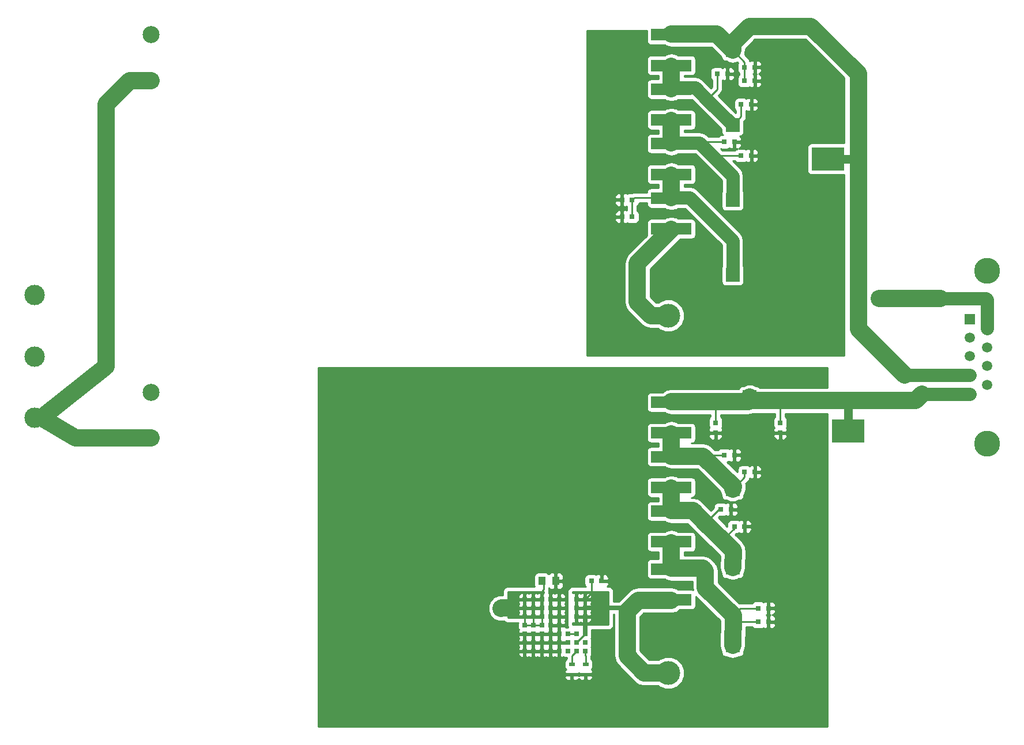
<source format=gbr>
G04 #@! TF.FileFunction,Copper,L2,Bot,Signal*
%FSLAX46Y46*%
G04 Gerber Fmt 4.6, Leading zero omitted, Abs format (unit mm)*
G04 Created by KiCad (PCBNEW 4.0.7) date 10/03/17 11:40:22*
%MOMM*%
%LPD*%
G01*
G04 APERTURE LIST*
%ADD10C,0.150000*%
%ADD11C,3.500000*%
%ADD12C,2.500000*%
%ADD13R,0.800000X0.750000*%
%ADD14R,2.000000X2.000000*%
%ADD15C,2.000000*%
%ADD16R,0.750000X0.800000*%
%ADD17C,3.810000*%
%ADD18R,1.520000X1.520000*%
%ADD19C,1.520000*%
%ADD20R,0.900000X0.500000*%
%ADD21C,3.000000*%
%ADD22R,0.640000X0.640000*%
%ADD23R,5.900000X1.700000*%
%ADD24R,1.000000X1.250000*%
%ADD25R,1.400000X1.390000*%
%ADD26R,4.860000X3.360000*%
%ADD27C,2.540000*%
%ADD28C,2.540000*%
%ADD29C,0.635000*%
%ADD30C,0.254000*%
%ADD31C,1.905000*%
%ADD32C,1.270000*%
G04 APERTURE END LIST*
D10*
D11*
X108060000Y-54000000D03*
D12*
X32060000Y-12750000D03*
X32060000Y-19500000D03*
D11*
X108060000Y-48500000D03*
D13*
X98250000Y-93000000D03*
X96750000Y-93000000D03*
X122750000Y-99000000D03*
X121250000Y-99000000D03*
X101250000Y-37000000D03*
X102750000Y-37000000D03*
D14*
X117500000Y-102500000D03*
D15*
X122500000Y-102500000D03*
D14*
X117500000Y-48000000D03*
D15*
X122500000Y-48000000D03*
D13*
X117250000Y-82500000D03*
X115750000Y-82500000D03*
X117750000Y-28500000D03*
X116250000Y-28500000D03*
D14*
X117500000Y-91000000D03*
D15*
X122500000Y-91000000D03*
D14*
X117500000Y-37000000D03*
D15*
X122500000Y-37000000D03*
D13*
X117750000Y-74500000D03*
X116250000Y-74500000D03*
X120250000Y-23000000D03*
X118750000Y-23000000D03*
D14*
X117500000Y-79500000D03*
D15*
X122500000Y-79500000D03*
D14*
X117500000Y-26000000D03*
D15*
X122500000Y-26000000D03*
D16*
X124500000Y-71250000D03*
X124500000Y-69750000D03*
D13*
X120750000Y-17500000D03*
X119250000Y-17500000D03*
D14*
X120000000Y-66000000D03*
D15*
X120000000Y-71000000D03*
D14*
X117500000Y-15000000D03*
D15*
X122500000Y-15000000D03*
D17*
X154840000Y-72790000D03*
X154840000Y-47390000D03*
D18*
X152300000Y-54500000D03*
D19*
X152300000Y-57290000D03*
X152300000Y-59960000D03*
X152300000Y-62760000D03*
X152300000Y-65550000D03*
X154840000Y-55900000D03*
X154840000Y-58690000D03*
X154840000Y-61360000D03*
X154840000Y-64150000D03*
D11*
X108060000Y-106500000D03*
D12*
X32060000Y-65250000D03*
X32060000Y-72000000D03*
D11*
X108060000Y-101000000D03*
D20*
X93900000Y-105250000D03*
X93900000Y-106750000D03*
X95900000Y-105250000D03*
X95900000Y-106750000D03*
D21*
X15000000Y-69000000D03*
X15000000Y-51000000D03*
X15000000Y-60000000D03*
D13*
X122750000Y-97000000D03*
X121250000Y-97000000D03*
X101250000Y-39500000D03*
X102750000Y-39500000D03*
X119250000Y-85000000D03*
X117750000Y-85000000D03*
X120250000Y-30500000D03*
X118750000Y-30500000D03*
X120750000Y-77000000D03*
X119250000Y-77000000D03*
X116750000Y-18500000D03*
X115250000Y-18500000D03*
D16*
X115000000Y-71250000D03*
X115000000Y-69750000D03*
D13*
X120750000Y-19500000D03*
X119250000Y-19500000D03*
D22*
X95845000Y-103310000D03*
X94575000Y-103310000D03*
X93305000Y-103310000D03*
X92035000Y-103310000D03*
X90765000Y-103310000D03*
X89495000Y-103310000D03*
X88225000Y-103310000D03*
X86955000Y-103310000D03*
X95845000Y-102040000D03*
X94575000Y-102040000D03*
X93305000Y-102040000D03*
X92035000Y-102040000D03*
X90765000Y-102040000D03*
X89495000Y-102040000D03*
X88225000Y-102040000D03*
X86955000Y-102040000D03*
X95845000Y-100770000D03*
X94575000Y-100770000D03*
X93305000Y-100770000D03*
X92035000Y-100770000D03*
X90765000Y-100770000D03*
X89495000Y-100770000D03*
X88225000Y-100770000D03*
X86955000Y-100770000D03*
X92035000Y-99500000D03*
X90765000Y-99500000D03*
X89495000Y-99500000D03*
X88225000Y-99500000D03*
X86955000Y-99500000D03*
X95845000Y-98230000D03*
X94575000Y-98230000D03*
X92035000Y-98230000D03*
X90765000Y-98230000D03*
X89495000Y-98230000D03*
X88225000Y-98230000D03*
X86955000Y-98230000D03*
X94575000Y-96960000D03*
X90765000Y-96960000D03*
X92035000Y-96960000D03*
X95845000Y-95690000D03*
X95845000Y-96960000D03*
X94575000Y-95690000D03*
X92035000Y-95690000D03*
X86955000Y-95690000D03*
X88225000Y-95690000D03*
X89495000Y-95690000D03*
X90765000Y-95690000D03*
X89495000Y-96960000D03*
X88225000Y-96960000D03*
X86955000Y-96960000D03*
X86955000Y-95690000D03*
D23*
X108500000Y-91250000D03*
X108500000Y-95750000D03*
X108500000Y-36750000D03*
X108500000Y-41250000D03*
X108500000Y-82750000D03*
X108500000Y-87250000D03*
X108500000Y-28750000D03*
X108500000Y-33250000D03*
X108500000Y-74750000D03*
X108500000Y-79250000D03*
X108500000Y-20750000D03*
X108500000Y-25250000D03*
X108500000Y-66750000D03*
X108500000Y-71250000D03*
X108500000Y-12750000D03*
X108500000Y-17250000D03*
D24*
X89500000Y-93000000D03*
X91500000Y-93000000D03*
D25*
X130518000Y-71920000D03*
D26*
X134500000Y-71000000D03*
D25*
X130518000Y-70080000D03*
X127518000Y-31920000D03*
D26*
X131500000Y-31000000D03*
D25*
X127518000Y-30080000D03*
D27*
X83500000Y-97000000D03*
X139000000Y-51500000D03*
D28*
X108060000Y-106500000D02*
X104500000Y-106500000D01*
X104500000Y-106500000D02*
X102000000Y-104000000D01*
X102000000Y-104000000D02*
X102000000Y-97500000D01*
D29*
X101460000Y-96960000D02*
X102000000Y-97500000D01*
D28*
X102000000Y-97500000D02*
X103650000Y-95850000D01*
D29*
X95845000Y-96960000D02*
X101460000Y-96960000D01*
D30*
X96750000Y-93000000D02*
X96750000Y-94785000D01*
X96750000Y-94785000D02*
X95845000Y-95690000D01*
X95845000Y-100770000D02*
X94575000Y-102040000D01*
D29*
X95845000Y-98230000D02*
X95845000Y-100770000D01*
D28*
X103650000Y-95850000D02*
X108500000Y-95850000D01*
D30*
X119250000Y-77000000D02*
X119250000Y-77750000D01*
X119250000Y-77750000D02*
X117500000Y-79500000D01*
X116250000Y-74500000D02*
X113300000Y-74500000D01*
X113300000Y-74500000D02*
X113150000Y-74650000D01*
D28*
X117500000Y-79500000D02*
X117580000Y-79080000D01*
X113150000Y-74650000D02*
X108500000Y-74650000D01*
X117580000Y-79080000D02*
X113150000Y-74650000D01*
X108500000Y-74650000D02*
X108500000Y-71350000D01*
D30*
X118750000Y-23000000D02*
X118750000Y-24750000D01*
X118750000Y-24750000D02*
X117500000Y-26000000D01*
X115250000Y-18500000D02*
X115250000Y-20500000D01*
X115250000Y-20500000D02*
X115250000Y-20750000D01*
X115250000Y-20750000D02*
X113750000Y-22250000D01*
D31*
X117500000Y-26000000D02*
X113750000Y-22250000D01*
X113750000Y-22250000D02*
X112000000Y-20500000D01*
X112000000Y-20500000D02*
X108650000Y-20500000D01*
X108650000Y-20500000D02*
X108500000Y-20650000D01*
D28*
X108500000Y-20650000D02*
X108500000Y-17350000D01*
D31*
X148000000Y-51500000D02*
X154680000Y-51500000D01*
X154680000Y-51500000D02*
X154840000Y-51660000D01*
X154840000Y-51660000D02*
X154840000Y-55900000D01*
D29*
X154840000Y-55900000D02*
X154840000Y-51660000D01*
D28*
X83540000Y-96960000D02*
X83500000Y-97000000D01*
X139000000Y-51500000D02*
X148000000Y-51500000D01*
X83540000Y-96960000D02*
X84540000Y-96960000D01*
D29*
X154840000Y-51660000D02*
X154680000Y-51500000D01*
D30*
X88225000Y-99500000D02*
X88225000Y-98230000D01*
X86955000Y-98230000D02*
X86955000Y-99500000D01*
X86955000Y-99500000D02*
X88225000Y-99500000D01*
X88225000Y-99500000D02*
X89495000Y-99500000D01*
X89495000Y-99500000D02*
X89495000Y-98230000D01*
X89750000Y-93000000D02*
X89750000Y-94250000D01*
X89495000Y-94505000D02*
X89495000Y-95690000D01*
X89750000Y-94250000D02*
X89495000Y-94505000D01*
X86955000Y-96960000D02*
X84540000Y-96960000D01*
X84540000Y-96960000D02*
X84500000Y-97000000D01*
D31*
X152300000Y-65550000D02*
X145300000Y-65550000D01*
D28*
X144350000Y-66500000D02*
X145300000Y-65550000D01*
X144350000Y-66500000D02*
X134500000Y-66500000D01*
D32*
X134500000Y-71000000D02*
X134500000Y-66500000D01*
X134500000Y-66500000D02*
X134500000Y-67000000D01*
X134500000Y-67000000D02*
X134500000Y-66500000D01*
D30*
X124500000Y-69750000D02*
X124500000Y-66500000D01*
X115000000Y-69750000D02*
X115000000Y-66650000D01*
X115000000Y-66650000D02*
X115000000Y-67000000D01*
X115000000Y-67000000D02*
X115000000Y-66650000D01*
X117000000Y-66650000D02*
X117000000Y-67000000D01*
X117000000Y-67000000D02*
X117000000Y-66650000D01*
D28*
X120000000Y-66000000D02*
X120000000Y-66500000D01*
X120000000Y-66500000D02*
X119850000Y-66650000D01*
X119850000Y-66650000D02*
X120000000Y-66000000D01*
X108500000Y-66650000D02*
X115000000Y-66650000D01*
X115000000Y-66650000D02*
X117000000Y-66650000D01*
X117000000Y-66650000D02*
X119850000Y-66650000D01*
X119850000Y-66650000D02*
X120000000Y-66500000D01*
X120000000Y-66500000D02*
X124500000Y-66500000D01*
X124500000Y-66500000D02*
X134500000Y-66500000D01*
D31*
X152300000Y-62760000D02*
X145300000Y-62760000D01*
D28*
X136000000Y-56000000D02*
X136000000Y-31000000D01*
X136000000Y-56000000D02*
X142760000Y-62760000D01*
D31*
X142760000Y-62760000D02*
X145300000Y-62760000D01*
D32*
X131500000Y-31000000D02*
X136000000Y-31000000D01*
D30*
X119250000Y-19500000D02*
X119250000Y-17500000D01*
X119250000Y-17500000D02*
X119250000Y-16750000D01*
X119250000Y-16750000D02*
X117500000Y-15000000D01*
D28*
X136000000Y-18500000D02*
X136000000Y-31000000D01*
X129000000Y-11500000D02*
X136000000Y-18500000D01*
X120000000Y-11500000D02*
X129000000Y-11500000D01*
X117500000Y-14000000D02*
X120000000Y-11500000D01*
X117500000Y-15000000D02*
X117500000Y-14000000D01*
X108500000Y-12650000D02*
X115150000Y-12650000D01*
X115150000Y-12650000D02*
X117500000Y-15000000D01*
X108060000Y-54000000D02*
X105500000Y-54000000D01*
X103500000Y-46350000D02*
X108500000Y-41350000D01*
X103500000Y-52000000D02*
X103500000Y-46350000D01*
X105500000Y-54000000D02*
X103500000Y-52000000D01*
D31*
X15000000Y-69000000D02*
X16000000Y-69000000D01*
D28*
X32060000Y-72000000D02*
X21000000Y-72000000D01*
X21000000Y-72000000D02*
X16000000Y-69000000D01*
X32060000Y-19500000D02*
X29000000Y-19500000D01*
X25500000Y-61500000D02*
X16000000Y-69000000D01*
X25500000Y-23000000D02*
X25500000Y-61500000D01*
X29000000Y-19500000D02*
X25500000Y-23000000D01*
D30*
X93900000Y-105250000D02*
X93900000Y-104000000D01*
X93900000Y-104000000D02*
X94575000Y-103325000D01*
X94575000Y-103325000D02*
X94575000Y-103310000D01*
X95900000Y-105250000D02*
X95900000Y-104000000D01*
X95845000Y-103945000D02*
X95845000Y-103310000D01*
X95900000Y-104000000D02*
X95845000Y-103945000D01*
X93305000Y-100770000D02*
X94575000Y-100770000D01*
X121250000Y-97000000D02*
X118660000Y-97000000D01*
X118660000Y-97000000D02*
X117580000Y-98080000D01*
X121250000Y-99000000D02*
X117563348Y-99000000D01*
X117500000Y-99000000D02*
X117500000Y-102500000D01*
X117563348Y-99000000D02*
X117500000Y-99000000D01*
D28*
X117500000Y-102500000D02*
X117500000Y-102500000D01*
X117500000Y-102500000D02*
X117580000Y-98080000D01*
X113150000Y-91150000D02*
X108500000Y-91150000D01*
X113500000Y-91500000D02*
X113150000Y-91150000D01*
X113500000Y-94000000D02*
X113500000Y-91500000D01*
X117580000Y-98080000D02*
X113500000Y-94000000D01*
X108500000Y-91150000D02*
X108500000Y-87350000D01*
D30*
X102750000Y-39500000D02*
X102750000Y-37000000D01*
X102750000Y-37000000D02*
X103100000Y-36650000D01*
X103100000Y-36650000D02*
X108500000Y-36650000D01*
X108150000Y-37000000D02*
X108500000Y-36650000D01*
D31*
X117500000Y-48000000D02*
X117500000Y-43000000D01*
X117500000Y-43000000D02*
X111150000Y-36650000D01*
X111150000Y-36650000D02*
X108500000Y-36650000D01*
D28*
X108500000Y-36650000D02*
X108500000Y-33350000D01*
D30*
X117750000Y-85000000D02*
X117750000Y-85250000D01*
X117750000Y-85250000D02*
X116000000Y-87000000D01*
X115750000Y-82500000D02*
X115500000Y-82500000D01*
X115500000Y-82500000D02*
X113500000Y-84500000D01*
D28*
X117500000Y-91000000D02*
X117580000Y-88580000D01*
X111650000Y-82650000D02*
X108500000Y-82650000D01*
X117580000Y-88580000D02*
X116000000Y-87000000D01*
X116000000Y-87000000D02*
X113500000Y-84500000D01*
X113500000Y-84500000D02*
X111650000Y-82650000D01*
X108500000Y-82650000D02*
X108500000Y-79350000D01*
D30*
X118750000Y-30500000D02*
X114500000Y-30500000D01*
X116250000Y-28500000D02*
X112800000Y-28500000D01*
X112800000Y-28500000D02*
X112650000Y-28650000D01*
D31*
X117500000Y-37000000D02*
X117500000Y-33500000D01*
X112650000Y-28650000D02*
X108500000Y-28650000D01*
X117500000Y-33500000D02*
X114500000Y-30500000D01*
X114500000Y-30500000D02*
X112650000Y-28650000D01*
D28*
X108500000Y-28650000D02*
X108500000Y-25350000D01*
D30*
G36*
X131373000Y-64595000D02*
X121493974Y-64595000D01*
X121464090Y-64548559D01*
X121251890Y-64403569D01*
X121000000Y-64352560D01*
X120897456Y-64352560D01*
X120729012Y-64240009D01*
X120573203Y-64209017D01*
X120428357Y-64143785D01*
X120212152Y-64137199D01*
X120000000Y-64095000D01*
X119844194Y-64125992D01*
X119685408Y-64121155D01*
X119483140Y-64197809D01*
X119270988Y-64240009D01*
X119138899Y-64328268D01*
X119074801Y-64352560D01*
X119000000Y-64352560D01*
X118764683Y-64396838D01*
X118548559Y-64535910D01*
X118405694Y-64745000D01*
X108500000Y-64745000D01*
X107770988Y-64890009D01*
X107228394Y-65252560D01*
X105550000Y-65252560D01*
X105314683Y-65296838D01*
X105098559Y-65435910D01*
X104953569Y-65648110D01*
X104902560Y-65900000D01*
X104902560Y-67600000D01*
X104946838Y-67835317D01*
X105085910Y-68051441D01*
X105298110Y-68196431D01*
X105550000Y-68247440D01*
X107527714Y-68247440D01*
X107770988Y-68409991D01*
X108500000Y-68555000D01*
X114238000Y-68555000D01*
X114238000Y-68844443D01*
X114173559Y-68885910D01*
X114028569Y-69098110D01*
X113977560Y-69350000D01*
X113977560Y-70150000D01*
X114021838Y-70385317D01*
X114088329Y-70488646D01*
X114086673Y-70490302D01*
X113990000Y-70723691D01*
X113990000Y-70964250D01*
X114148750Y-71123000D01*
X114873000Y-71123000D01*
X114873000Y-71103000D01*
X115127000Y-71103000D01*
X115127000Y-71123000D01*
X115851250Y-71123000D01*
X116010000Y-70964250D01*
X116010000Y-70723691D01*
X115913327Y-70490302D01*
X115911957Y-70488932D01*
X115971431Y-70401890D01*
X116022440Y-70150000D01*
X116022440Y-69350000D01*
X115978162Y-69114683D01*
X115839090Y-68898559D01*
X115762000Y-68845886D01*
X115762000Y-68555000D01*
X119850000Y-68555000D01*
X120005806Y-68524008D01*
X120164592Y-68528845D01*
X120366860Y-68452191D01*
X120579012Y-68409991D01*
X120586482Y-68405000D01*
X123738000Y-68405000D01*
X123738000Y-68844443D01*
X123673559Y-68885910D01*
X123528569Y-69098110D01*
X123477560Y-69350000D01*
X123477560Y-70150000D01*
X123521838Y-70385317D01*
X123588329Y-70488646D01*
X123586673Y-70490302D01*
X123490000Y-70723691D01*
X123490000Y-70964250D01*
X123648750Y-71123000D01*
X124373000Y-71123000D01*
X124373000Y-71103000D01*
X124627000Y-71103000D01*
X124627000Y-71123000D01*
X125351250Y-71123000D01*
X125510000Y-70964250D01*
X125510000Y-70723691D01*
X125413327Y-70490302D01*
X125411957Y-70488932D01*
X125471431Y-70401890D01*
X125522440Y-70150000D01*
X125522440Y-69350000D01*
X125478162Y-69114683D01*
X125339090Y-68898559D01*
X125262000Y-68845886D01*
X125262000Y-68405000D01*
X131373000Y-68405000D01*
X131373000Y-114373000D01*
X56627000Y-114373000D01*
X56627000Y-107033750D01*
X92815000Y-107033750D01*
X92815000Y-107126309D01*
X92911673Y-107359698D01*
X93090301Y-107538327D01*
X93323690Y-107635000D01*
X93614250Y-107635000D01*
X93773000Y-107476250D01*
X93773000Y-106875000D01*
X94027000Y-106875000D01*
X94027000Y-107476250D01*
X94185750Y-107635000D01*
X94476310Y-107635000D01*
X94709699Y-107538327D01*
X94888327Y-107359698D01*
X94900000Y-107331517D01*
X94911673Y-107359698D01*
X95090301Y-107538327D01*
X95323690Y-107635000D01*
X95614250Y-107635000D01*
X95773000Y-107476250D01*
X95773000Y-106875000D01*
X96027000Y-106875000D01*
X96027000Y-107476250D01*
X96185750Y-107635000D01*
X96476310Y-107635000D01*
X96709699Y-107538327D01*
X96888327Y-107359698D01*
X96985000Y-107126309D01*
X96985000Y-107033750D01*
X96826250Y-106875000D01*
X96027000Y-106875000D01*
X95773000Y-106875000D01*
X94973750Y-106875000D01*
X94900000Y-106948750D01*
X94826250Y-106875000D01*
X94027000Y-106875000D01*
X93773000Y-106875000D01*
X92973750Y-106875000D01*
X92815000Y-107033750D01*
X56627000Y-107033750D01*
X56627000Y-103595750D01*
X86000000Y-103595750D01*
X86000000Y-103756310D01*
X86096673Y-103989699D01*
X86275302Y-104168327D01*
X86508691Y-104265000D01*
X86669250Y-104265000D01*
X86828000Y-104106250D01*
X86828000Y-103437000D01*
X87082000Y-103437000D01*
X87082000Y-104106250D01*
X87240750Y-104265000D01*
X87401309Y-104265000D01*
X87590000Y-104186842D01*
X87778691Y-104265000D01*
X87939250Y-104265000D01*
X88098000Y-104106250D01*
X88098000Y-103437000D01*
X88352000Y-103437000D01*
X88352000Y-104106250D01*
X88510750Y-104265000D01*
X88671309Y-104265000D01*
X88860000Y-104186842D01*
X89048691Y-104265000D01*
X89209250Y-104265000D01*
X89368000Y-104106250D01*
X89368000Y-103437000D01*
X89622000Y-103437000D01*
X89622000Y-104106250D01*
X89780750Y-104265000D01*
X89941309Y-104265000D01*
X90130000Y-104186842D01*
X90318691Y-104265000D01*
X90479250Y-104265000D01*
X90638000Y-104106250D01*
X90638000Y-103437000D01*
X90892000Y-103437000D01*
X90892000Y-104106250D01*
X91050750Y-104265000D01*
X91211309Y-104265000D01*
X91400000Y-104186842D01*
X91588691Y-104265000D01*
X91749250Y-104265000D01*
X91908000Y-104106250D01*
X91908000Y-103437000D01*
X90892000Y-103437000D01*
X90638000Y-103437000D01*
X89622000Y-103437000D01*
X89368000Y-103437000D01*
X88352000Y-103437000D01*
X88098000Y-103437000D01*
X87082000Y-103437000D01*
X86828000Y-103437000D01*
X86158750Y-103437000D01*
X86000000Y-103595750D01*
X56627000Y-103595750D01*
X56627000Y-102325750D01*
X86000000Y-102325750D01*
X86000000Y-102486310D01*
X86078158Y-102675000D01*
X86000000Y-102863690D01*
X86000000Y-103024250D01*
X86158750Y-103183000D01*
X86828000Y-103183000D01*
X86828000Y-102167000D01*
X87082000Y-102167000D01*
X87082000Y-103183000D01*
X88098000Y-103183000D01*
X88098000Y-102167000D01*
X88352000Y-102167000D01*
X88352000Y-103183000D01*
X89368000Y-103183000D01*
X89368000Y-102167000D01*
X89622000Y-102167000D01*
X89622000Y-103183000D01*
X90638000Y-103183000D01*
X90638000Y-102167000D01*
X90892000Y-102167000D01*
X90892000Y-103183000D01*
X91908000Y-103183000D01*
X91908000Y-102167000D01*
X90892000Y-102167000D01*
X90638000Y-102167000D01*
X89622000Y-102167000D01*
X89368000Y-102167000D01*
X88352000Y-102167000D01*
X88098000Y-102167000D01*
X87082000Y-102167000D01*
X86828000Y-102167000D01*
X86158750Y-102167000D01*
X86000000Y-102325750D01*
X56627000Y-102325750D01*
X56627000Y-101055750D01*
X86000000Y-101055750D01*
X86000000Y-101216310D01*
X86078158Y-101405000D01*
X86000000Y-101593690D01*
X86000000Y-101754250D01*
X86158750Y-101913000D01*
X86828000Y-101913000D01*
X86828000Y-100897000D01*
X87082000Y-100897000D01*
X87082000Y-101913000D01*
X88098000Y-101913000D01*
X88098000Y-100897000D01*
X88352000Y-100897000D01*
X88352000Y-101913000D01*
X89368000Y-101913000D01*
X89368000Y-100897000D01*
X89622000Y-100897000D01*
X89622000Y-101913000D01*
X90638000Y-101913000D01*
X90638000Y-100897000D01*
X90892000Y-100897000D01*
X90892000Y-101913000D01*
X91908000Y-101913000D01*
X91908000Y-100897000D01*
X90892000Y-100897000D01*
X90638000Y-100897000D01*
X89622000Y-100897000D01*
X89368000Y-100897000D01*
X88352000Y-100897000D01*
X88098000Y-100897000D01*
X87082000Y-100897000D01*
X86828000Y-100897000D01*
X86158750Y-100897000D01*
X86000000Y-101055750D01*
X56627000Y-101055750D01*
X56627000Y-97377265D01*
X81594670Y-97377265D01*
X81884078Y-98077686D01*
X82419495Y-98614039D01*
X83119410Y-98904668D01*
X83877265Y-98905330D01*
X83911606Y-98891140D01*
X83944827Y-98942767D01*
X84152949Y-99084971D01*
X84400000Y-99135000D01*
X85996673Y-99135000D01*
X85987560Y-99180000D01*
X85987560Y-99820000D01*
X86031838Y-100055317D01*
X86080098Y-100130316D01*
X86000000Y-100323690D01*
X86000000Y-100484250D01*
X86158750Y-100643000D01*
X86828000Y-100643000D01*
X86828000Y-100623000D01*
X87082000Y-100623000D01*
X87082000Y-100643000D01*
X88098000Y-100643000D01*
X88098000Y-100623000D01*
X88352000Y-100623000D01*
X88352000Y-100643000D01*
X89368000Y-100643000D01*
X89368000Y-100623000D01*
X89622000Y-100623000D01*
X89622000Y-100643000D01*
X90638000Y-100643000D01*
X90638000Y-99627000D01*
X90892000Y-99627000D01*
X90892000Y-100643000D01*
X91908000Y-100643000D01*
X91908000Y-99627000D01*
X92162000Y-99627000D01*
X92162000Y-100643000D01*
X92182000Y-100643000D01*
X92182000Y-100897000D01*
X92162000Y-100897000D01*
X92162000Y-101913000D01*
X93178000Y-101913000D01*
X93178000Y-101893000D01*
X93432000Y-101893000D01*
X93432000Y-101913000D01*
X93452000Y-101913000D01*
X93452000Y-102167000D01*
X93432000Y-102167000D01*
X93432000Y-102187000D01*
X93178000Y-102187000D01*
X93178000Y-102167000D01*
X92162000Y-102167000D01*
X92162000Y-103183000D01*
X92182000Y-103183000D01*
X92182000Y-103437000D01*
X92162000Y-103437000D01*
X92162000Y-104106250D01*
X92320750Y-104265000D01*
X92481309Y-104265000D01*
X92673218Y-104185509D01*
X92733110Y-104226431D01*
X92985000Y-104277440D01*
X93138000Y-104277440D01*
X93138000Y-104446182D01*
X92998559Y-104535910D01*
X92853569Y-104748110D01*
X92802560Y-105000000D01*
X92802560Y-105500000D01*
X92846838Y-105735317D01*
X92985910Y-105951441D01*
X93054006Y-105997969D01*
X92911673Y-106140302D01*
X92815000Y-106373691D01*
X92815000Y-106466250D01*
X92973750Y-106625000D01*
X93773000Y-106625000D01*
X93773000Y-106603000D01*
X94027000Y-106603000D01*
X94027000Y-106625000D01*
X94826250Y-106625000D01*
X94900000Y-106551250D01*
X94973750Y-106625000D01*
X95773000Y-106625000D01*
X95773000Y-106603000D01*
X96027000Y-106603000D01*
X96027000Y-106625000D01*
X96826250Y-106625000D01*
X96985000Y-106466250D01*
X96985000Y-106373691D01*
X96888327Y-106140302D01*
X96747090Y-105999064D01*
X96801441Y-105964090D01*
X96946431Y-105751890D01*
X96997440Y-105500000D01*
X96997440Y-105000000D01*
X96953162Y-104764683D01*
X96814090Y-104548559D01*
X96662000Y-104444640D01*
X96662000Y-104027412D01*
X96761431Y-103881890D01*
X96812440Y-103630000D01*
X96812440Y-102990000D01*
X96768162Y-102754683D01*
X96717577Y-102676072D01*
X96761431Y-102611890D01*
X96812440Y-102360000D01*
X96812440Y-101720000D01*
X96768162Y-101484683D01*
X96717577Y-101406072D01*
X96761431Y-101341890D01*
X96812440Y-101090000D01*
X96812440Y-100450000D01*
X96797500Y-100370601D01*
X96797500Y-100135000D01*
X99400000Y-100135000D01*
X99630795Y-100091573D01*
X99842767Y-99955173D01*
X99984971Y-99747051D01*
X100035000Y-99500000D01*
X100035000Y-97912500D01*
X100095000Y-97912500D01*
X100095000Y-104000000D01*
X100224093Y-104648996D01*
X100240009Y-104729012D01*
X100652962Y-105347038D01*
X103152962Y-107847038D01*
X103770988Y-108259991D01*
X104500000Y-108405000D01*
X106591718Y-108405000D01*
X106707242Y-108520726D01*
X107583513Y-108884585D01*
X108532325Y-108885413D01*
X109409229Y-108523084D01*
X110080726Y-107852758D01*
X110444585Y-106976487D01*
X110445413Y-106027675D01*
X110083084Y-105150771D01*
X109412758Y-104479274D01*
X108536487Y-104115415D01*
X107587675Y-104114587D01*
X106710771Y-104476916D01*
X106592481Y-104595000D01*
X105289076Y-104595000D01*
X103905000Y-103210924D01*
X103905000Y-98289076D01*
X104439077Y-97755000D01*
X108500000Y-97755000D01*
X109229012Y-97609991D01*
X109771606Y-97247440D01*
X111450000Y-97247440D01*
X111685317Y-97203162D01*
X111901441Y-97064090D01*
X112046431Y-96851890D01*
X112097440Y-96600000D01*
X112097440Y-95263944D01*
X112152962Y-95347038D01*
X115660666Y-98854742D01*
X115595312Y-102465526D01*
X115598423Y-102482792D01*
X115595000Y-102500000D01*
X115664208Y-102847934D01*
X115727105Y-103197043D01*
X115736586Y-103211804D01*
X115740009Y-103229012D01*
X115852560Y-103397456D01*
X115852560Y-103500000D01*
X115896838Y-103735317D01*
X116035910Y-103951441D01*
X116248110Y-104096431D01*
X116500000Y-104147440D01*
X116596646Y-104147440D01*
X116739258Y-104246510D01*
X116756400Y-104250243D01*
X116770988Y-104259991D01*
X117118921Y-104329199D01*
X117465526Y-104404688D01*
X117482792Y-104401577D01*
X117500000Y-104405000D01*
X117847934Y-104335792D01*
X118197043Y-104272895D01*
X118211804Y-104263414D01*
X118229012Y-104259991D01*
X118397456Y-104147440D01*
X118500000Y-104147440D01*
X118735317Y-104103162D01*
X118951441Y-103964090D01*
X119096431Y-103751890D01*
X119147440Y-103500000D01*
X119147440Y-103403354D01*
X119246510Y-103260742D01*
X119250243Y-103243600D01*
X119259991Y-103229012D01*
X119329199Y-102881079D01*
X119404688Y-102534474D01*
X119454869Y-99762000D01*
X120344443Y-99762000D01*
X120385910Y-99826441D01*
X120598110Y-99971431D01*
X120850000Y-100022440D01*
X121650000Y-100022440D01*
X121885317Y-99978162D01*
X121988646Y-99911671D01*
X121990302Y-99913327D01*
X122223691Y-100010000D01*
X122464250Y-100010000D01*
X122623000Y-99851250D01*
X122623000Y-99127000D01*
X122877000Y-99127000D01*
X122877000Y-99851250D01*
X123035750Y-100010000D01*
X123276309Y-100010000D01*
X123509698Y-99913327D01*
X123688327Y-99734699D01*
X123785000Y-99501310D01*
X123785000Y-99285750D01*
X123626250Y-99127000D01*
X122877000Y-99127000D01*
X122623000Y-99127000D01*
X122603000Y-99127000D01*
X122603000Y-98873000D01*
X122623000Y-98873000D01*
X122623000Y-98148750D01*
X122474250Y-98000000D01*
X122623000Y-97851250D01*
X122623000Y-97127000D01*
X122877000Y-97127000D01*
X122877000Y-97851250D01*
X123025750Y-98000000D01*
X122877000Y-98148750D01*
X122877000Y-98873000D01*
X123626250Y-98873000D01*
X123785000Y-98714250D01*
X123785000Y-98498690D01*
X123688327Y-98265301D01*
X123509698Y-98086673D01*
X123300451Y-98000000D01*
X123509698Y-97913327D01*
X123688327Y-97734699D01*
X123785000Y-97501310D01*
X123785000Y-97285750D01*
X123626250Y-97127000D01*
X122877000Y-97127000D01*
X122623000Y-97127000D01*
X122603000Y-97127000D01*
X122603000Y-96873000D01*
X122623000Y-96873000D01*
X122623000Y-96148750D01*
X122877000Y-96148750D01*
X122877000Y-96873000D01*
X123626250Y-96873000D01*
X123785000Y-96714250D01*
X123785000Y-96498690D01*
X123688327Y-96265301D01*
X123509698Y-96086673D01*
X123276309Y-95990000D01*
X123035750Y-95990000D01*
X122877000Y-96148750D01*
X122623000Y-96148750D01*
X122464250Y-95990000D01*
X122223691Y-95990000D01*
X121990302Y-96086673D01*
X121988932Y-96088043D01*
X121901890Y-96028569D01*
X121650000Y-95977560D01*
X120850000Y-95977560D01*
X120614683Y-96021838D01*
X120398559Y-96160910D01*
X120345886Y-96238000D01*
X118660000Y-96238000D01*
X118469892Y-96275815D01*
X115405000Y-93210924D01*
X115405000Y-91500000D01*
X115259991Y-90770988D01*
X115026128Y-90420988D01*
X114847039Y-90152962D01*
X114497038Y-89802962D01*
X113879012Y-89390009D01*
X113150000Y-89245000D01*
X110405000Y-89245000D01*
X110405000Y-88747440D01*
X111450000Y-88747440D01*
X111685317Y-88703162D01*
X111901441Y-88564090D01*
X112046431Y-88351890D01*
X112097440Y-88100000D01*
X112097440Y-86400000D01*
X112053162Y-86164683D01*
X111914090Y-85948559D01*
X111701890Y-85803569D01*
X111450000Y-85752560D01*
X109472286Y-85752560D01*
X109229012Y-85590009D01*
X108500000Y-85445000D01*
X107770988Y-85590009D01*
X107527714Y-85752560D01*
X105550000Y-85752560D01*
X105314683Y-85796838D01*
X105098559Y-85935910D01*
X104953569Y-86148110D01*
X104902560Y-86400000D01*
X104902560Y-88100000D01*
X104946838Y-88335317D01*
X105085910Y-88551441D01*
X105298110Y-88696431D01*
X105550000Y-88747440D01*
X106595000Y-88747440D01*
X106595000Y-89752560D01*
X105550000Y-89752560D01*
X105314683Y-89796838D01*
X105098559Y-89935910D01*
X104953569Y-90148110D01*
X104902560Y-90400000D01*
X104902560Y-92100000D01*
X104946838Y-92335317D01*
X105085910Y-92551441D01*
X105298110Y-92696431D01*
X105550000Y-92747440D01*
X107527714Y-92747440D01*
X107770988Y-92909991D01*
X108500000Y-93055000D01*
X111595000Y-93055000D01*
X111595000Y-94000000D01*
X111653431Y-94293756D01*
X111450000Y-94252560D01*
X109472286Y-94252560D01*
X109229012Y-94090009D01*
X108500000Y-93945000D01*
X103650000Y-93945000D01*
X103085765Y-94057233D01*
X102920987Y-94090009D01*
X102302961Y-94502962D01*
X100798424Y-96007500D01*
X100035000Y-96007500D01*
X100035000Y-94500000D01*
X99991573Y-94269205D01*
X99855173Y-94057233D01*
X99647051Y-93915029D01*
X99400000Y-93865000D01*
X99058025Y-93865000D01*
X99188327Y-93734699D01*
X99285000Y-93501310D01*
X99285000Y-93285750D01*
X99126250Y-93127000D01*
X98377000Y-93127000D01*
X98377000Y-93147000D01*
X98123000Y-93147000D01*
X98123000Y-93127000D01*
X98103000Y-93127000D01*
X98103000Y-92873000D01*
X98123000Y-92873000D01*
X98123000Y-92148750D01*
X98377000Y-92148750D01*
X98377000Y-92873000D01*
X99126250Y-92873000D01*
X99285000Y-92714250D01*
X99285000Y-92498690D01*
X99188327Y-92265301D01*
X99009698Y-92086673D01*
X98776309Y-91990000D01*
X98535750Y-91990000D01*
X98377000Y-92148750D01*
X98123000Y-92148750D01*
X97964250Y-91990000D01*
X97723691Y-91990000D01*
X97490302Y-92086673D01*
X97488932Y-92088043D01*
X97401890Y-92028569D01*
X97150000Y-91977560D01*
X96350000Y-91977560D01*
X96114683Y-92021838D01*
X95898559Y-92160910D01*
X95753569Y-92373110D01*
X95702560Y-92625000D01*
X95702560Y-93375000D01*
X95746838Y-93610317D01*
X95885910Y-93826441D01*
X95942343Y-93865000D01*
X93900000Y-93865000D01*
X93669205Y-93908427D01*
X93457233Y-94044827D01*
X93315029Y-94252949D01*
X93265000Y-94500000D01*
X93265000Y-99500000D01*
X93308427Y-99730795D01*
X93354606Y-99802560D01*
X92990000Y-99802560D01*
X92990000Y-99785750D01*
X92831250Y-99627000D01*
X92162000Y-99627000D01*
X91908000Y-99627000D01*
X90892000Y-99627000D01*
X90638000Y-99627000D01*
X90618000Y-99627000D01*
X90618000Y-99373000D01*
X90638000Y-99373000D01*
X90638000Y-98357000D01*
X90892000Y-98357000D01*
X90892000Y-99373000D01*
X91908000Y-99373000D01*
X91908000Y-98357000D01*
X92162000Y-98357000D01*
X92162000Y-99373000D01*
X92831250Y-99373000D01*
X92990000Y-99214250D01*
X92990000Y-99053690D01*
X92911842Y-98865000D01*
X92990000Y-98676310D01*
X92990000Y-98515750D01*
X92831250Y-98357000D01*
X92162000Y-98357000D01*
X91908000Y-98357000D01*
X90892000Y-98357000D01*
X90638000Y-98357000D01*
X90618000Y-98357000D01*
X90618000Y-98103000D01*
X90638000Y-98103000D01*
X90638000Y-97087000D01*
X90892000Y-97087000D01*
X90892000Y-98103000D01*
X91908000Y-98103000D01*
X91908000Y-97087000D01*
X92162000Y-97087000D01*
X92162000Y-98103000D01*
X92831250Y-98103000D01*
X92990000Y-97944250D01*
X92990000Y-97783690D01*
X92911842Y-97595000D01*
X92990000Y-97406310D01*
X92990000Y-97245750D01*
X92831250Y-97087000D01*
X92162000Y-97087000D01*
X91908000Y-97087000D01*
X90892000Y-97087000D01*
X90638000Y-97087000D01*
X90618000Y-97087000D01*
X90618000Y-96833000D01*
X90638000Y-96833000D01*
X90638000Y-95817000D01*
X90892000Y-95817000D01*
X90892000Y-96833000D01*
X91908000Y-96833000D01*
X91908000Y-95817000D01*
X92162000Y-95817000D01*
X92162000Y-96833000D01*
X92831250Y-96833000D01*
X92990000Y-96674250D01*
X92990000Y-96513690D01*
X92911842Y-96325000D01*
X92990000Y-96136310D01*
X92990000Y-95975750D01*
X92831250Y-95817000D01*
X92162000Y-95817000D01*
X91908000Y-95817000D01*
X90892000Y-95817000D01*
X90638000Y-95817000D01*
X90618000Y-95817000D01*
X90618000Y-95563000D01*
X90638000Y-95563000D01*
X90638000Y-94893750D01*
X90892000Y-94893750D01*
X90892000Y-95563000D01*
X91908000Y-95563000D01*
X91908000Y-94893750D01*
X92162000Y-94893750D01*
X92162000Y-95563000D01*
X92831250Y-95563000D01*
X92990000Y-95404250D01*
X92990000Y-95243690D01*
X92893327Y-95010301D01*
X92714698Y-94831673D01*
X92481309Y-94735000D01*
X92320750Y-94735000D01*
X92162000Y-94893750D01*
X91908000Y-94893750D01*
X91749250Y-94735000D01*
X91588691Y-94735000D01*
X91400000Y-94813158D01*
X91211309Y-94735000D01*
X91050750Y-94735000D01*
X90892000Y-94893750D01*
X90638000Y-94893750D01*
X90535000Y-94790750D01*
X90535000Y-94500000D01*
X90499646Y-94312108D01*
X90512000Y-94250000D01*
X90512000Y-94035026D01*
X90640302Y-94163327D01*
X90873691Y-94260000D01*
X91214250Y-94260000D01*
X91373000Y-94101250D01*
X91373000Y-93127000D01*
X91627000Y-93127000D01*
X91627000Y-94101250D01*
X91785750Y-94260000D01*
X92126309Y-94260000D01*
X92359698Y-94163327D01*
X92538327Y-93984699D01*
X92635000Y-93751310D01*
X92635000Y-93285750D01*
X92476250Y-93127000D01*
X91627000Y-93127000D01*
X91373000Y-93127000D01*
X91353000Y-93127000D01*
X91353000Y-92873000D01*
X91373000Y-92873000D01*
X91373000Y-91898750D01*
X91627000Y-91898750D01*
X91627000Y-92873000D01*
X92476250Y-92873000D01*
X92635000Y-92714250D01*
X92635000Y-92248690D01*
X92538327Y-92015301D01*
X92359698Y-91836673D01*
X92126309Y-91740000D01*
X91785750Y-91740000D01*
X91627000Y-91898750D01*
X91373000Y-91898750D01*
X91214250Y-91740000D01*
X90873691Y-91740000D01*
X90640302Y-91836673D01*
X90499064Y-91977910D01*
X90464090Y-91923559D01*
X90251890Y-91778569D01*
X90000000Y-91727560D01*
X89000000Y-91727560D01*
X88764683Y-91771838D01*
X88548559Y-91910910D01*
X88403569Y-92123110D01*
X88352560Y-92375000D01*
X88352560Y-93625000D01*
X88396838Y-93860317D01*
X88399851Y-93865000D01*
X84400000Y-93865000D01*
X84169205Y-93908427D01*
X83957233Y-94044827D01*
X83815029Y-94252949D01*
X83765000Y-94500000D01*
X83765000Y-95055000D01*
X83540000Y-95055000D01*
X83339612Y-95094859D01*
X83122735Y-95094670D01*
X82920528Y-95178220D01*
X82810988Y-95200009D01*
X82718936Y-95261516D01*
X82422314Y-95384078D01*
X82193170Y-95612822D01*
X82192962Y-95612961D01*
X82154121Y-95651803D01*
X81885961Y-95919495D01*
X81595332Y-96619410D01*
X81594670Y-97377265D01*
X56627000Y-97377265D01*
X56627000Y-78400000D01*
X104902560Y-78400000D01*
X104902560Y-80100000D01*
X104946838Y-80335317D01*
X105085910Y-80551441D01*
X105298110Y-80696431D01*
X105550000Y-80747440D01*
X106595000Y-80747440D01*
X106595000Y-81252560D01*
X105550000Y-81252560D01*
X105314683Y-81296838D01*
X105098559Y-81435910D01*
X104953569Y-81648110D01*
X104902560Y-81900000D01*
X104902560Y-83600000D01*
X104946838Y-83835317D01*
X105085910Y-84051441D01*
X105298110Y-84196431D01*
X105550000Y-84247440D01*
X107527714Y-84247440D01*
X107770988Y-84409991D01*
X108500000Y-84555000D01*
X110860924Y-84555000D01*
X114652962Y-88347038D01*
X115648742Y-89342819D01*
X115596040Y-90937059D01*
X115716883Y-91670464D01*
X115852560Y-91888806D01*
X115852560Y-92000000D01*
X115896838Y-92235317D01*
X116035910Y-92451441D01*
X116248110Y-92596431D01*
X116500000Y-92647440D01*
X116591208Y-92647440D01*
X116713236Y-92734944D01*
X117437059Y-92903960D01*
X118170464Y-92783117D01*
X118388806Y-92647440D01*
X118500000Y-92647440D01*
X118735317Y-92603162D01*
X118951441Y-92464090D01*
X119096431Y-92251890D01*
X119147440Y-92000000D01*
X119147440Y-91908792D01*
X119234944Y-91786764D01*
X119403960Y-91062941D01*
X119483960Y-88642941D01*
X119478759Y-88611373D01*
X119484999Y-88580000D01*
X119418523Y-88245797D01*
X119363117Y-87909536D01*
X119346232Y-87882364D01*
X119339991Y-87850987D01*
X119150657Y-87567630D01*
X118970808Y-87278203D01*
X118944812Y-87259562D01*
X118927038Y-87232961D01*
X117885854Y-86191777D01*
X118055191Y-86022440D01*
X118150000Y-86022440D01*
X118385317Y-85978162D01*
X118488646Y-85911671D01*
X118490302Y-85913327D01*
X118723691Y-86010000D01*
X118964250Y-86010000D01*
X119123000Y-85851250D01*
X119123000Y-85127000D01*
X119377000Y-85127000D01*
X119377000Y-85851250D01*
X119535750Y-86010000D01*
X119776309Y-86010000D01*
X120009698Y-85913327D01*
X120188327Y-85734699D01*
X120285000Y-85501310D01*
X120285000Y-85285750D01*
X120126250Y-85127000D01*
X119377000Y-85127000D01*
X119123000Y-85127000D01*
X119103000Y-85127000D01*
X119103000Y-84873000D01*
X119123000Y-84873000D01*
X119123000Y-84148750D01*
X119377000Y-84148750D01*
X119377000Y-84873000D01*
X120126250Y-84873000D01*
X120285000Y-84714250D01*
X120285000Y-84498690D01*
X120188327Y-84265301D01*
X120009698Y-84086673D01*
X119776309Y-83990000D01*
X119535750Y-83990000D01*
X119377000Y-84148750D01*
X119123000Y-84148750D01*
X118964250Y-83990000D01*
X118723691Y-83990000D01*
X118490302Y-84086673D01*
X118488932Y-84088043D01*
X118401890Y-84028569D01*
X118150000Y-83977560D01*
X117350000Y-83977560D01*
X117114683Y-84021838D01*
X116898559Y-84160910D01*
X116753569Y-84373110D01*
X116702560Y-84625000D01*
X116702560Y-85008484D01*
X115385853Y-83691777D01*
X115555190Y-83522440D01*
X116150000Y-83522440D01*
X116385317Y-83478162D01*
X116488646Y-83411671D01*
X116490302Y-83413327D01*
X116723691Y-83510000D01*
X116964250Y-83510000D01*
X117123000Y-83351250D01*
X117123000Y-82627000D01*
X117377000Y-82627000D01*
X117377000Y-83351250D01*
X117535750Y-83510000D01*
X117776309Y-83510000D01*
X118009698Y-83413327D01*
X118188327Y-83234699D01*
X118285000Y-83001310D01*
X118285000Y-82785750D01*
X118126250Y-82627000D01*
X117377000Y-82627000D01*
X117123000Y-82627000D01*
X117103000Y-82627000D01*
X117103000Y-82373000D01*
X117123000Y-82373000D01*
X117123000Y-81648750D01*
X117377000Y-81648750D01*
X117377000Y-82373000D01*
X118126250Y-82373000D01*
X118285000Y-82214250D01*
X118285000Y-81998690D01*
X118188327Y-81765301D01*
X118009698Y-81586673D01*
X117776309Y-81490000D01*
X117535750Y-81490000D01*
X117377000Y-81648750D01*
X117123000Y-81648750D01*
X116964250Y-81490000D01*
X116723691Y-81490000D01*
X116490302Y-81586673D01*
X116488932Y-81588043D01*
X116401890Y-81528569D01*
X116150000Y-81477560D01*
X115350000Y-81477560D01*
X115114683Y-81521838D01*
X114898559Y-81660910D01*
X114753569Y-81873110D01*
X114702560Y-82125000D01*
X114702560Y-82219810D01*
X114308223Y-82614147D01*
X112997038Y-81302962D01*
X112379012Y-80890009D01*
X111650000Y-80745000D01*
X111462967Y-80745000D01*
X111685317Y-80703162D01*
X111901441Y-80564090D01*
X112046431Y-80351890D01*
X112097440Y-80100000D01*
X112097440Y-78400000D01*
X112053162Y-78164683D01*
X111914090Y-77948559D01*
X111701890Y-77803569D01*
X111450000Y-77752560D01*
X109472286Y-77752560D01*
X109229012Y-77590009D01*
X108500000Y-77445000D01*
X107770988Y-77590009D01*
X107527714Y-77752560D01*
X105550000Y-77752560D01*
X105314683Y-77796838D01*
X105098559Y-77935910D01*
X104953569Y-78148110D01*
X104902560Y-78400000D01*
X56627000Y-78400000D01*
X56627000Y-70400000D01*
X104902560Y-70400000D01*
X104902560Y-72100000D01*
X104946838Y-72335317D01*
X105085910Y-72551441D01*
X105298110Y-72696431D01*
X105550000Y-72747440D01*
X106595000Y-72747440D01*
X106595000Y-73252560D01*
X105550000Y-73252560D01*
X105314683Y-73296838D01*
X105098559Y-73435910D01*
X104953569Y-73648110D01*
X104902560Y-73900000D01*
X104902560Y-75600000D01*
X104946838Y-75835317D01*
X105085910Y-76051441D01*
X105298110Y-76196431D01*
X105550000Y-76247440D01*
X107527714Y-76247440D01*
X107770988Y-76409991D01*
X108500000Y-76555000D01*
X112360924Y-76555000D01*
X115634210Y-79828286D01*
X115634686Y-79886821D01*
X115852560Y-80400952D01*
X115852560Y-80500000D01*
X115896838Y-80735317D01*
X116035910Y-80951441D01*
X116248110Y-81096431D01*
X116500000Y-81147440D01*
X116590295Y-81147440D01*
X117143551Y-81371355D01*
X117886821Y-81365314D01*
X118400952Y-81147440D01*
X118500000Y-81147440D01*
X118735317Y-81103162D01*
X118951441Y-80964090D01*
X119096431Y-80751890D01*
X119147440Y-80500000D01*
X119147440Y-80409705D01*
X119371355Y-79856449D01*
X119451355Y-79436449D01*
X119449892Y-79256495D01*
X119484999Y-79080000D01*
X119446901Y-78888468D01*
X119445314Y-78693179D01*
X119427199Y-78650432D01*
X119788816Y-78288815D01*
X119949349Y-78048559D01*
X119953996Y-78041605D01*
X119978549Y-77918169D01*
X119988646Y-77911671D01*
X119990302Y-77913327D01*
X120223691Y-78010000D01*
X120464250Y-78010000D01*
X120623000Y-77851250D01*
X120623000Y-77127000D01*
X120877000Y-77127000D01*
X120877000Y-77851250D01*
X121035750Y-78010000D01*
X121276309Y-78010000D01*
X121509698Y-77913327D01*
X121688327Y-77734699D01*
X121785000Y-77501310D01*
X121785000Y-77285750D01*
X121626250Y-77127000D01*
X120877000Y-77127000D01*
X120623000Y-77127000D01*
X120603000Y-77127000D01*
X120603000Y-76873000D01*
X120623000Y-76873000D01*
X120623000Y-76148750D01*
X120877000Y-76148750D01*
X120877000Y-76873000D01*
X121626250Y-76873000D01*
X121785000Y-76714250D01*
X121785000Y-76498690D01*
X121688327Y-76265301D01*
X121509698Y-76086673D01*
X121276309Y-75990000D01*
X121035750Y-75990000D01*
X120877000Y-76148750D01*
X120623000Y-76148750D01*
X120464250Y-75990000D01*
X120223691Y-75990000D01*
X119990302Y-76086673D01*
X119988932Y-76088043D01*
X119901890Y-76028569D01*
X119650000Y-75977560D01*
X118850000Y-75977560D01*
X118614683Y-76021838D01*
X118398559Y-76160910D01*
X118253569Y-76373110D01*
X118202560Y-76625000D01*
X118202560Y-77008484D01*
X116705982Y-75511906D01*
X116885317Y-75478162D01*
X116988646Y-75411671D01*
X116990302Y-75413327D01*
X117223691Y-75510000D01*
X117464250Y-75510000D01*
X117623000Y-75351250D01*
X117623000Y-74627000D01*
X117877000Y-74627000D01*
X117877000Y-75351250D01*
X118035750Y-75510000D01*
X118276309Y-75510000D01*
X118509698Y-75413327D01*
X118688327Y-75234699D01*
X118785000Y-75001310D01*
X118785000Y-74785750D01*
X118626250Y-74627000D01*
X117877000Y-74627000D01*
X117623000Y-74627000D01*
X117603000Y-74627000D01*
X117603000Y-74373000D01*
X117623000Y-74373000D01*
X117623000Y-73648750D01*
X117877000Y-73648750D01*
X117877000Y-74373000D01*
X118626250Y-74373000D01*
X118785000Y-74214250D01*
X118785000Y-73998690D01*
X118688327Y-73765301D01*
X118509698Y-73586673D01*
X118276309Y-73490000D01*
X118035750Y-73490000D01*
X117877000Y-73648750D01*
X117623000Y-73648750D01*
X117464250Y-73490000D01*
X117223691Y-73490000D01*
X116990302Y-73586673D01*
X116988932Y-73588043D01*
X116901890Y-73528569D01*
X116650000Y-73477560D01*
X115850000Y-73477560D01*
X115614683Y-73521838D01*
X115398559Y-73660910D01*
X115345886Y-73738000D01*
X114932076Y-73738000D01*
X114497038Y-73302962D01*
X113879012Y-72890009D01*
X113150000Y-72745000D01*
X111462967Y-72745000D01*
X111685317Y-72703162D01*
X111901441Y-72564090D01*
X112046431Y-72351890D01*
X112097440Y-72100000D01*
X112097440Y-71535750D01*
X113990000Y-71535750D01*
X113990000Y-71776309D01*
X114086673Y-72009698D01*
X114265301Y-72188327D01*
X114498690Y-72285000D01*
X114714250Y-72285000D01*
X114873000Y-72126250D01*
X114873000Y-71377000D01*
X115127000Y-71377000D01*
X115127000Y-72126250D01*
X115285750Y-72285000D01*
X115501310Y-72285000D01*
X115734699Y-72188327D01*
X115913327Y-72009698D01*
X116010000Y-71776309D01*
X116010000Y-71535750D01*
X123490000Y-71535750D01*
X123490000Y-71776309D01*
X123586673Y-72009698D01*
X123765301Y-72188327D01*
X123998690Y-72285000D01*
X124214250Y-72285000D01*
X124373000Y-72126250D01*
X124373000Y-71377000D01*
X124627000Y-71377000D01*
X124627000Y-72126250D01*
X124785750Y-72285000D01*
X125001310Y-72285000D01*
X125234699Y-72188327D01*
X125413327Y-72009698D01*
X125510000Y-71776309D01*
X125510000Y-71535750D01*
X125351250Y-71377000D01*
X124627000Y-71377000D01*
X124373000Y-71377000D01*
X123648750Y-71377000D01*
X123490000Y-71535750D01*
X116010000Y-71535750D01*
X115851250Y-71377000D01*
X115127000Y-71377000D01*
X114873000Y-71377000D01*
X114148750Y-71377000D01*
X113990000Y-71535750D01*
X112097440Y-71535750D01*
X112097440Y-70400000D01*
X112053162Y-70164683D01*
X111914090Y-69948559D01*
X111701890Y-69803569D01*
X111450000Y-69752560D01*
X109472286Y-69752560D01*
X109229012Y-69590009D01*
X108500000Y-69445000D01*
X107770988Y-69590009D01*
X107527714Y-69752560D01*
X105550000Y-69752560D01*
X105314683Y-69796838D01*
X105098559Y-69935910D01*
X104953569Y-70148110D01*
X104902560Y-70400000D01*
X56627000Y-70400000D01*
X56627000Y-61627000D01*
X131373000Y-61627000D01*
X131373000Y-64595000D01*
X131373000Y-64595000D01*
G37*
X131373000Y-64595000D02*
X121493974Y-64595000D01*
X121464090Y-64548559D01*
X121251890Y-64403569D01*
X121000000Y-64352560D01*
X120897456Y-64352560D01*
X120729012Y-64240009D01*
X120573203Y-64209017D01*
X120428357Y-64143785D01*
X120212152Y-64137199D01*
X120000000Y-64095000D01*
X119844194Y-64125992D01*
X119685408Y-64121155D01*
X119483140Y-64197809D01*
X119270988Y-64240009D01*
X119138899Y-64328268D01*
X119074801Y-64352560D01*
X119000000Y-64352560D01*
X118764683Y-64396838D01*
X118548559Y-64535910D01*
X118405694Y-64745000D01*
X108500000Y-64745000D01*
X107770988Y-64890009D01*
X107228394Y-65252560D01*
X105550000Y-65252560D01*
X105314683Y-65296838D01*
X105098559Y-65435910D01*
X104953569Y-65648110D01*
X104902560Y-65900000D01*
X104902560Y-67600000D01*
X104946838Y-67835317D01*
X105085910Y-68051441D01*
X105298110Y-68196431D01*
X105550000Y-68247440D01*
X107527714Y-68247440D01*
X107770988Y-68409991D01*
X108500000Y-68555000D01*
X114238000Y-68555000D01*
X114238000Y-68844443D01*
X114173559Y-68885910D01*
X114028569Y-69098110D01*
X113977560Y-69350000D01*
X113977560Y-70150000D01*
X114021838Y-70385317D01*
X114088329Y-70488646D01*
X114086673Y-70490302D01*
X113990000Y-70723691D01*
X113990000Y-70964250D01*
X114148750Y-71123000D01*
X114873000Y-71123000D01*
X114873000Y-71103000D01*
X115127000Y-71103000D01*
X115127000Y-71123000D01*
X115851250Y-71123000D01*
X116010000Y-70964250D01*
X116010000Y-70723691D01*
X115913327Y-70490302D01*
X115911957Y-70488932D01*
X115971431Y-70401890D01*
X116022440Y-70150000D01*
X116022440Y-69350000D01*
X115978162Y-69114683D01*
X115839090Y-68898559D01*
X115762000Y-68845886D01*
X115762000Y-68555000D01*
X119850000Y-68555000D01*
X120005806Y-68524008D01*
X120164592Y-68528845D01*
X120366860Y-68452191D01*
X120579012Y-68409991D01*
X120586482Y-68405000D01*
X123738000Y-68405000D01*
X123738000Y-68844443D01*
X123673559Y-68885910D01*
X123528569Y-69098110D01*
X123477560Y-69350000D01*
X123477560Y-70150000D01*
X123521838Y-70385317D01*
X123588329Y-70488646D01*
X123586673Y-70490302D01*
X123490000Y-70723691D01*
X123490000Y-70964250D01*
X123648750Y-71123000D01*
X124373000Y-71123000D01*
X124373000Y-71103000D01*
X124627000Y-71103000D01*
X124627000Y-71123000D01*
X125351250Y-71123000D01*
X125510000Y-70964250D01*
X125510000Y-70723691D01*
X125413327Y-70490302D01*
X125411957Y-70488932D01*
X125471431Y-70401890D01*
X125522440Y-70150000D01*
X125522440Y-69350000D01*
X125478162Y-69114683D01*
X125339090Y-68898559D01*
X125262000Y-68845886D01*
X125262000Y-68405000D01*
X131373000Y-68405000D01*
X131373000Y-114373000D01*
X56627000Y-114373000D01*
X56627000Y-107033750D01*
X92815000Y-107033750D01*
X92815000Y-107126309D01*
X92911673Y-107359698D01*
X93090301Y-107538327D01*
X93323690Y-107635000D01*
X93614250Y-107635000D01*
X93773000Y-107476250D01*
X93773000Y-106875000D01*
X94027000Y-106875000D01*
X94027000Y-107476250D01*
X94185750Y-107635000D01*
X94476310Y-107635000D01*
X94709699Y-107538327D01*
X94888327Y-107359698D01*
X94900000Y-107331517D01*
X94911673Y-107359698D01*
X95090301Y-107538327D01*
X95323690Y-107635000D01*
X95614250Y-107635000D01*
X95773000Y-107476250D01*
X95773000Y-106875000D01*
X96027000Y-106875000D01*
X96027000Y-107476250D01*
X96185750Y-107635000D01*
X96476310Y-107635000D01*
X96709699Y-107538327D01*
X96888327Y-107359698D01*
X96985000Y-107126309D01*
X96985000Y-107033750D01*
X96826250Y-106875000D01*
X96027000Y-106875000D01*
X95773000Y-106875000D01*
X94973750Y-106875000D01*
X94900000Y-106948750D01*
X94826250Y-106875000D01*
X94027000Y-106875000D01*
X93773000Y-106875000D01*
X92973750Y-106875000D01*
X92815000Y-107033750D01*
X56627000Y-107033750D01*
X56627000Y-103595750D01*
X86000000Y-103595750D01*
X86000000Y-103756310D01*
X86096673Y-103989699D01*
X86275302Y-104168327D01*
X86508691Y-104265000D01*
X86669250Y-104265000D01*
X86828000Y-104106250D01*
X86828000Y-103437000D01*
X87082000Y-103437000D01*
X87082000Y-104106250D01*
X87240750Y-104265000D01*
X87401309Y-104265000D01*
X87590000Y-104186842D01*
X87778691Y-104265000D01*
X87939250Y-104265000D01*
X88098000Y-104106250D01*
X88098000Y-103437000D01*
X88352000Y-103437000D01*
X88352000Y-104106250D01*
X88510750Y-104265000D01*
X88671309Y-104265000D01*
X88860000Y-104186842D01*
X89048691Y-104265000D01*
X89209250Y-104265000D01*
X89368000Y-104106250D01*
X89368000Y-103437000D01*
X89622000Y-103437000D01*
X89622000Y-104106250D01*
X89780750Y-104265000D01*
X89941309Y-104265000D01*
X90130000Y-104186842D01*
X90318691Y-104265000D01*
X90479250Y-104265000D01*
X90638000Y-104106250D01*
X90638000Y-103437000D01*
X90892000Y-103437000D01*
X90892000Y-104106250D01*
X91050750Y-104265000D01*
X91211309Y-104265000D01*
X91400000Y-104186842D01*
X91588691Y-104265000D01*
X91749250Y-104265000D01*
X91908000Y-104106250D01*
X91908000Y-103437000D01*
X90892000Y-103437000D01*
X90638000Y-103437000D01*
X89622000Y-103437000D01*
X89368000Y-103437000D01*
X88352000Y-103437000D01*
X88098000Y-103437000D01*
X87082000Y-103437000D01*
X86828000Y-103437000D01*
X86158750Y-103437000D01*
X86000000Y-103595750D01*
X56627000Y-103595750D01*
X56627000Y-102325750D01*
X86000000Y-102325750D01*
X86000000Y-102486310D01*
X86078158Y-102675000D01*
X86000000Y-102863690D01*
X86000000Y-103024250D01*
X86158750Y-103183000D01*
X86828000Y-103183000D01*
X86828000Y-102167000D01*
X87082000Y-102167000D01*
X87082000Y-103183000D01*
X88098000Y-103183000D01*
X88098000Y-102167000D01*
X88352000Y-102167000D01*
X88352000Y-103183000D01*
X89368000Y-103183000D01*
X89368000Y-102167000D01*
X89622000Y-102167000D01*
X89622000Y-103183000D01*
X90638000Y-103183000D01*
X90638000Y-102167000D01*
X90892000Y-102167000D01*
X90892000Y-103183000D01*
X91908000Y-103183000D01*
X91908000Y-102167000D01*
X90892000Y-102167000D01*
X90638000Y-102167000D01*
X89622000Y-102167000D01*
X89368000Y-102167000D01*
X88352000Y-102167000D01*
X88098000Y-102167000D01*
X87082000Y-102167000D01*
X86828000Y-102167000D01*
X86158750Y-102167000D01*
X86000000Y-102325750D01*
X56627000Y-102325750D01*
X56627000Y-101055750D01*
X86000000Y-101055750D01*
X86000000Y-101216310D01*
X86078158Y-101405000D01*
X86000000Y-101593690D01*
X86000000Y-101754250D01*
X86158750Y-101913000D01*
X86828000Y-101913000D01*
X86828000Y-100897000D01*
X87082000Y-100897000D01*
X87082000Y-101913000D01*
X88098000Y-101913000D01*
X88098000Y-100897000D01*
X88352000Y-100897000D01*
X88352000Y-101913000D01*
X89368000Y-101913000D01*
X89368000Y-100897000D01*
X89622000Y-100897000D01*
X89622000Y-101913000D01*
X90638000Y-101913000D01*
X90638000Y-100897000D01*
X90892000Y-100897000D01*
X90892000Y-101913000D01*
X91908000Y-101913000D01*
X91908000Y-100897000D01*
X90892000Y-100897000D01*
X90638000Y-100897000D01*
X89622000Y-100897000D01*
X89368000Y-100897000D01*
X88352000Y-100897000D01*
X88098000Y-100897000D01*
X87082000Y-100897000D01*
X86828000Y-100897000D01*
X86158750Y-100897000D01*
X86000000Y-101055750D01*
X56627000Y-101055750D01*
X56627000Y-97377265D01*
X81594670Y-97377265D01*
X81884078Y-98077686D01*
X82419495Y-98614039D01*
X83119410Y-98904668D01*
X83877265Y-98905330D01*
X83911606Y-98891140D01*
X83944827Y-98942767D01*
X84152949Y-99084971D01*
X84400000Y-99135000D01*
X85996673Y-99135000D01*
X85987560Y-99180000D01*
X85987560Y-99820000D01*
X86031838Y-100055317D01*
X86080098Y-100130316D01*
X86000000Y-100323690D01*
X86000000Y-100484250D01*
X86158750Y-100643000D01*
X86828000Y-100643000D01*
X86828000Y-100623000D01*
X87082000Y-100623000D01*
X87082000Y-100643000D01*
X88098000Y-100643000D01*
X88098000Y-100623000D01*
X88352000Y-100623000D01*
X88352000Y-100643000D01*
X89368000Y-100643000D01*
X89368000Y-100623000D01*
X89622000Y-100623000D01*
X89622000Y-100643000D01*
X90638000Y-100643000D01*
X90638000Y-99627000D01*
X90892000Y-99627000D01*
X90892000Y-100643000D01*
X91908000Y-100643000D01*
X91908000Y-99627000D01*
X92162000Y-99627000D01*
X92162000Y-100643000D01*
X92182000Y-100643000D01*
X92182000Y-100897000D01*
X92162000Y-100897000D01*
X92162000Y-101913000D01*
X93178000Y-101913000D01*
X93178000Y-101893000D01*
X93432000Y-101893000D01*
X93432000Y-101913000D01*
X93452000Y-101913000D01*
X93452000Y-102167000D01*
X93432000Y-102167000D01*
X93432000Y-102187000D01*
X93178000Y-102187000D01*
X93178000Y-102167000D01*
X92162000Y-102167000D01*
X92162000Y-103183000D01*
X92182000Y-103183000D01*
X92182000Y-103437000D01*
X92162000Y-103437000D01*
X92162000Y-104106250D01*
X92320750Y-104265000D01*
X92481309Y-104265000D01*
X92673218Y-104185509D01*
X92733110Y-104226431D01*
X92985000Y-104277440D01*
X93138000Y-104277440D01*
X93138000Y-104446182D01*
X92998559Y-104535910D01*
X92853569Y-104748110D01*
X92802560Y-105000000D01*
X92802560Y-105500000D01*
X92846838Y-105735317D01*
X92985910Y-105951441D01*
X93054006Y-105997969D01*
X92911673Y-106140302D01*
X92815000Y-106373691D01*
X92815000Y-106466250D01*
X92973750Y-106625000D01*
X93773000Y-106625000D01*
X93773000Y-106603000D01*
X94027000Y-106603000D01*
X94027000Y-106625000D01*
X94826250Y-106625000D01*
X94900000Y-106551250D01*
X94973750Y-106625000D01*
X95773000Y-106625000D01*
X95773000Y-106603000D01*
X96027000Y-106603000D01*
X96027000Y-106625000D01*
X96826250Y-106625000D01*
X96985000Y-106466250D01*
X96985000Y-106373691D01*
X96888327Y-106140302D01*
X96747090Y-105999064D01*
X96801441Y-105964090D01*
X96946431Y-105751890D01*
X96997440Y-105500000D01*
X96997440Y-105000000D01*
X96953162Y-104764683D01*
X96814090Y-104548559D01*
X96662000Y-104444640D01*
X96662000Y-104027412D01*
X96761431Y-103881890D01*
X96812440Y-103630000D01*
X96812440Y-102990000D01*
X96768162Y-102754683D01*
X96717577Y-102676072D01*
X96761431Y-102611890D01*
X96812440Y-102360000D01*
X96812440Y-101720000D01*
X96768162Y-101484683D01*
X96717577Y-101406072D01*
X96761431Y-101341890D01*
X96812440Y-101090000D01*
X96812440Y-100450000D01*
X96797500Y-100370601D01*
X96797500Y-100135000D01*
X99400000Y-100135000D01*
X99630795Y-100091573D01*
X99842767Y-99955173D01*
X99984971Y-99747051D01*
X100035000Y-99500000D01*
X100035000Y-97912500D01*
X100095000Y-97912500D01*
X100095000Y-104000000D01*
X100224093Y-104648996D01*
X100240009Y-104729012D01*
X100652962Y-105347038D01*
X103152962Y-107847038D01*
X103770988Y-108259991D01*
X104500000Y-108405000D01*
X106591718Y-108405000D01*
X106707242Y-108520726D01*
X107583513Y-108884585D01*
X108532325Y-108885413D01*
X109409229Y-108523084D01*
X110080726Y-107852758D01*
X110444585Y-106976487D01*
X110445413Y-106027675D01*
X110083084Y-105150771D01*
X109412758Y-104479274D01*
X108536487Y-104115415D01*
X107587675Y-104114587D01*
X106710771Y-104476916D01*
X106592481Y-104595000D01*
X105289076Y-104595000D01*
X103905000Y-103210924D01*
X103905000Y-98289076D01*
X104439077Y-97755000D01*
X108500000Y-97755000D01*
X109229012Y-97609991D01*
X109771606Y-97247440D01*
X111450000Y-97247440D01*
X111685317Y-97203162D01*
X111901441Y-97064090D01*
X112046431Y-96851890D01*
X112097440Y-96600000D01*
X112097440Y-95263944D01*
X112152962Y-95347038D01*
X115660666Y-98854742D01*
X115595312Y-102465526D01*
X115598423Y-102482792D01*
X115595000Y-102500000D01*
X115664208Y-102847934D01*
X115727105Y-103197043D01*
X115736586Y-103211804D01*
X115740009Y-103229012D01*
X115852560Y-103397456D01*
X115852560Y-103500000D01*
X115896838Y-103735317D01*
X116035910Y-103951441D01*
X116248110Y-104096431D01*
X116500000Y-104147440D01*
X116596646Y-104147440D01*
X116739258Y-104246510D01*
X116756400Y-104250243D01*
X116770988Y-104259991D01*
X117118921Y-104329199D01*
X117465526Y-104404688D01*
X117482792Y-104401577D01*
X117500000Y-104405000D01*
X117847934Y-104335792D01*
X118197043Y-104272895D01*
X118211804Y-104263414D01*
X118229012Y-104259991D01*
X118397456Y-104147440D01*
X118500000Y-104147440D01*
X118735317Y-104103162D01*
X118951441Y-103964090D01*
X119096431Y-103751890D01*
X119147440Y-103500000D01*
X119147440Y-103403354D01*
X119246510Y-103260742D01*
X119250243Y-103243600D01*
X119259991Y-103229012D01*
X119329199Y-102881079D01*
X119404688Y-102534474D01*
X119454869Y-99762000D01*
X120344443Y-99762000D01*
X120385910Y-99826441D01*
X120598110Y-99971431D01*
X120850000Y-100022440D01*
X121650000Y-100022440D01*
X121885317Y-99978162D01*
X121988646Y-99911671D01*
X121990302Y-99913327D01*
X122223691Y-100010000D01*
X122464250Y-100010000D01*
X122623000Y-99851250D01*
X122623000Y-99127000D01*
X122877000Y-99127000D01*
X122877000Y-99851250D01*
X123035750Y-100010000D01*
X123276309Y-100010000D01*
X123509698Y-99913327D01*
X123688327Y-99734699D01*
X123785000Y-99501310D01*
X123785000Y-99285750D01*
X123626250Y-99127000D01*
X122877000Y-99127000D01*
X122623000Y-99127000D01*
X122603000Y-99127000D01*
X122603000Y-98873000D01*
X122623000Y-98873000D01*
X122623000Y-98148750D01*
X122474250Y-98000000D01*
X122623000Y-97851250D01*
X122623000Y-97127000D01*
X122877000Y-97127000D01*
X122877000Y-97851250D01*
X123025750Y-98000000D01*
X122877000Y-98148750D01*
X122877000Y-98873000D01*
X123626250Y-98873000D01*
X123785000Y-98714250D01*
X123785000Y-98498690D01*
X123688327Y-98265301D01*
X123509698Y-98086673D01*
X123300451Y-98000000D01*
X123509698Y-97913327D01*
X123688327Y-97734699D01*
X123785000Y-97501310D01*
X123785000Y-97285750D01*
X123626250Y-97127000D01*
X122877000Y-97127000D01*
X122623000Y-97127000D01*
X122603000Y-97127000D01*
X122603000Y-96873000D01*
X122623000Y-96873000D01*
X122623000Y-96148750D01*
X122877000Y-96148750D01*
X122877000Y-96873000D01*
X123626250Y-96873000D01*
X123785000Y-96714250D01*
X123785000Y-96498690D01*
X123688327Y-96265301D01*
X123509698Y-96086673D01*
X123276309Y-95990000D01*
X123035750Y-95990000D01*
X122877000Y-96148750D01*
X122623000Y-96148750D01*
X122464250Y-95990000D01*
X122223691Y-95990000D01*
X121990302Y-96086673D01*
X121988932Y-96088043D01*
X121901890Y-96028569D01*
X121650000Y-95977560D01*
X120850000Y-95977560D01*
X120614683Y-96021838D01*
X120398559Y-96160910D01*
X120345886Y-96238000D01*
X118660000Y-96238000D01*
X118469892Y-96275815D01*
X115405000Y-93210924D01*
X115405000Y-91500000D01*
X115259991Y-90770988D01*
X115026128Y-90420988D01*
X114847039Y-90152962D01*
X114497038Y-89802962D01*
X113879012Y-89390009D01*
X113150000Y-89245000D01*
X110405000Y-89245000D01*
X110405000Y-88747440D01*
X111450000Y-88747440D01*
X111685317Y-88703162D01*
X111901441Y-88564090D01*
X112046431Y-88351890D01*
X112097440Y-88100000D01*
X112097440Y-86400000D01*
X112053162Y-86164683D01*
X111914090Y-85948559D01*
X111701890Y-85803569D01*
X111450000Y-85752560D01*
X109472286Y-85752560D01*
X109229012Y-85590009D01*
X108500000Y-85445000D01*
X107770988Y-85590009D01*
X107527714Y-85752560D01*
X105550000Y-85752560D01*
X105314683Y-85796838D01*
X105098559Y-85935910D01*
X104953569Y-86148110D01*
X104902560Y-86400000D01*
X104902560Y-88100000D01*
X104946838Y-88335317D01*
X105085910Y-88551441D01*
X105298110Y-88696431D01*
X105550000Y-88747440D01*
X106595000Y-88747440D01*
X106595000Y-89752560D01*
X105550000Y-89752560D01*
X105314683Y-89796838D01*
X105098559Y-89935910D01*
X104953569Y-90148110D01*
X104902560Y-90400000D01*
X104902560Y-92100000D01*
X104946838Y-92335317D01*
X105085910Y-92551441D01*
X105298110Y-92696431D01*
X105550000Y-92747440D01*
X107527714Y-92747440D01*
X107770988Y-92909991D01*
X108500000Y-93055000D01*
X111595000Y-93055000D01*
X111595000Y-94000000D01*
X111653431Y-94293756D01*
X111450000Y-94252560D01*
X109472286Y-94252560D01*
X109229012Y-94090009D01*
X108500000Y-93945000D01*
X103650000Y-93945000D01*
X103085765Y-94057233D01*
X102920987Y-94090009D01*
X102302961Y-94502962D01*
X100798424Y-96007500D01*
X100035000Y-96007500D01*
X100035000Y-94500000D01*
X99991573Y-94269205D01*
X99855173Y-94057233D01*
X99647051Y-93915029D01*
X99400000Y-93865000D01*
X99058025Y-93865000D01*
X99188327Y-93734699D01*
X99285000Y-93501310D01*
X99285000Y-93285750D01*
X99126250Y-93127000D01*
X98377000Y-93127000D01*
X98377000Y-93147000D01*
X98123000Y-93147000D01*
X98123000Y-93127000D01*
X98103000Y-93127000D01*
X98103000Y-92873000D01*
X98123000Y-92873000D01*
X98123000Y-92148750D01*
X98377000Y-92148750D01*
X98377000Y-92873000D01*
X99126250Y-92873000D01*
X99285000Y-92714250D01*
X99285000Y-92498690D01*
X99188327Y-92265301D01*
X99009698Y-92086673D01*
X98776309Y-91990000D01*
X98535750Y-91990000D01*
X98377000Y-92148750D01*
X98123000Y-92148750D01*
X97964250Y-91990000D01*
X97723691Y-91990000D01*
X97490302Y-92086673D01*
X97488932Y-92088043D01*
X97401890Y-92028569D01*
X97150000Y-91977560D01*
X96350000Y-91977560D01*
X96114683Y-92021838D01*
X95898559Y-92160910D01*
X95753569Y-92373110D01*
X95702560Y-92625000D01*
X95702560Y-93375000D01*
X95746838Y-93610317D01*
X95885910Y-93826441D01*
X95942343Y-93865000D01*
X93900000Y-93865000D01*
X93669205Y-93908427D01*
X93457233Y-94044827D01*
X93315029Y-94252949D01*
X93265000Y-94500000D01*
X93265000Y-99500000D01*
X93308427Y-99730795D01*
X93354606Y-99802560D01*
X92990000Y-99802560D01*
X92990000Y-99785750D01*
X92831250Y-99627000D01*
X92162000Y-99627000D01*
X91908000Y-99627000D01*
X90892000Y-99627000D01*
X90638000Y-99627000D01*
X90618000Y-99627000D01*
X90618000Y-99373000D01*
X90638000Y-99373000D01*
X90638000Y-98357000D01*
X90892000Y-98357000D01*
X90892000Y-99373000D01*
X91908000Y-99373000D01*
X91908000Y-98357000D01*
X92162000Y-98357000D01*
X92162000Y-99373000D01*
X92831250Y-99373000D01*
X92990000Y-99214250D01*
X92990000Y-99053690D01*
X92911842Y-98865000D01*
X92990000Y-98676310D01*
X92990000Y-98515750D01*
X92831250Y-98357000D01*
X92162000Y-98357000D01*
X91908000Y-98357000D01*
X90892000Y-98357000D01*
X90638000Y-98357000D01*
X90618000Y-98357000D01*
X90618000Y-98103000D01*
X90638000Y-98103000D01*
X90638000Y-97087000D01*
X90892000Y-97087000D01*
X90892000Y-98103000D01*
X91908000Y-98103000D01*
X91908000Y-97087000D01*
X92162000Y-97087000D01*
X92162000Y-98103000D01*
X92831250Y-98103000D01*
X92990000Y-97944250D01*
X92990000Y-97783690D01*
X92911842Y-97595000D01*
X92990000Y-97406310D01*
X92990000Y-97245750D01*
X92831250Y-97087000D01*
X92162000Y-97087000D01*
X91908000Y-97087000D01*
X90892000Y-97087000D01*
X90638000Y-97087000D01*
X90618000Y-97087000D01*
X90618000Y-96833000D01*
X90638000Y-96833000D01*
X90638000Y-95817000D01*
X90892000Y-95817000D01*
X90892000Y-96833000D01*
X91908000Y-96833000D01*
X91908000Y-95817000D01*
X92162000Y-95817000D01*
X92162000Y-96833000D01*
X92831250Y-96833000D01*
X92990000Y-96674250D01*
X92990000Y-96513690D01*
X92911842Y-96325000D01*
X92990000Y-96136310D01*
X92990000Y-95975750D01*
X92831250Y-95817000D01*
X92162000Y-95817000D01*
X91908000Y-95817000D01*
X90892000Y-95817000D01*
X90638000Y-95817000D01*
X90618000Y-95817000D01*
X90618000Y-95563000D01*
X90638000Y-95563000D01*
X90638000Y-94893750D01*
X90892000Y-94893750D01*
X90892000Y-95563000D01*
X91908000Y-95563000D01*
X91908000Y-94893750D01*
X92162000Y-94893750D01*
X92162000Y-95563000D01*
X92831250Y-95563000D01*
X92990000Y-95404250D01*
X92990000Y-95243690D01*
X92893327Y-95010301D01*
X92714698Y-94831673D01*
X92481309Y-94735000D01*
X92320750Y-94735000D01*
X92162000Y-94893750D01*
X91908000Y-94893750D01*
X91749250Y-94735000D01*
X91588691Y-94735000D01*
X91400000Y-94813158D01*
X91211309Y-94735000D01*
X91050750Y-94735000D01*
X90892000Y-94893750D01*
X90638000Y-94893750D01*
X90535000Y-94790750D01*
X90535000Y-94500000D01*
X90499646Y-94312108D01*
X90512000Y-94250000D01*
X90512000Y-94035026D01*
X90640302Y-94163327D01*
X90873691Y-94260000D01*
X91214250Y-94260000D01*
X91373000Y-94101250D01*
X91373000Y-93127000D01*
X91627000Y-93127000D01*
X91627000Y-94101250D01*
X91785750Y-94260000D01*
X92126309Y-94260000D01*
X92359698Y-94163327D01*
X92538327Y-93984699D01*
X92635000Y-93751310D01*
X92635000Y-93285750D01*
X92476250Y-93127000D01*
X91627000Y-93127000D01*
X91373000Y-93127000D01*
X91353000Y-93127000D01*
X91353000Y-92873000D01*
X91373000Y-92873000D01*
X91373000Y-91898750D01*
X91627000Y-91898750D01*
X91627000Y-92873000D01*
X92476250Y-92873000D01*
X92635000Y-92714250D01*
X92635000Y-92248690D01*
X92538327Y-92015301D01*
X92359698Y-91836673D01*
X92126309Y-91740000D01*
X91785750Y-91740000D01*
X91627000Y-91898750D01*
X91373000Y-91898750D01*
X91214250Y-91740000D01*
X90873691Y-91740000D01*
X90640302Y-91836673D01*
X90499064Y-91977910D01*
X90464090Y-91923559D01*
X90251890Y-91778569D01*
X90000000Y-91727560D01*
X89000000Y-91727560D01*
X88764683Y-91771838D01*
X88548559Y-91910910D01*
X88403569Y-92123110D01*
X88352560Y-92375000D01*
X88352560Y-93625000D01*
X88396838Y-93860317D01*
X88399851Y-93865000D01*
X84400000Y-93865000D01*
X84169205Y-93908427D01*
X83957233Y-94044827D01*
X83815029Y-94252949D01*
X83765000Y-94500000D01*
X83765000Y-95055000D01*
X83540000Y-95055000D01*
X83339612Y-95094859D01*
X83122735Y-95094670D01*
X82920528Y-95178220D01*
X82810988Y-95200009D01*
X82718936Y-95261516D01*
X82422314Y-95384078D01*
X82193170Y-95612822D01*
X82192962Y-95612961D01*
X82154121Y-95651803D01*
X81885961Y-95919495D01*
X81595332Y-96619410D01*
X81594670Y-97377265D01*
X56627000Y-97377265D01*
X56627000Y-78400000D01*
X104902560Y-78400000D01*
X104902560Y-80100000D01*
X104946838Y-80335317D01*
X105085910Y-80551441D01*
X105298110Y-80696431D01*
X105550000Y-80747440D01*
X106595000Y-80747440D01*
X106595000Y-81252560D01*
X105550000Y-81252560D01*
X105314683Y-81296838D01*
X105098559Y-81435910D01*
X104953569Y-81648110D01*
X104902560Y-81900000D01*
X104902560Y-83600000D01*
X104946838Y-83835317D01*
X105085910Y-84051441D01*
X105298110Y-84196431D01*
X105550000Y-84247440D01*
X107527714Y-84247440D01*
X107770988Y-84409991D01*
X108500000Y-84555000D01*
X110860924Y-84555000D01*
X114652962Y-88347038D01*
X115648742Y-89342819D01*
X115596040Y-90937059D01*
X115716883Y-91670464D01*
X115852560Y-91888806D01*
X115852560Y-92000000D01*
X115896838Y-92235317D01*
X116035910Y-92451441D01*
X116248110Y-92596431D01*
X116500000Y-92647440D01*
X116591208Y-92647440D01*
X116713236Y-92734944D01*
X117437059Y-92903960D01*
X118170464Y-92783117D01*
X118388806Y-92647440D01*
X118500000Y-92647440D01*
X118735317Y-92603162D01*
X118951441Y-92464090D01*
X119096431Y-92251890D01*
X119147440Y-92000000D01*
X119147440Y-91908792D01*
X119234944Y-91786764D01*
X119403960Y-91062941D01*
X119483960Y-88642941D01*
X119478759Y-88611373D01*
X119484999Y-88580000D01*
X119418523Y-88245797D01*
X119363117Y-87909536D01*
X119346232Y-87882364D01*
X119339991Y-87850987D01*
X119150657Y-87567630D01*
X118970808Y-87278203D01*
X118944812Y-87259562D01*
X118927038Y-87232961D01*
X117885854Y-86191777D01*
X118055191Y-86022440D01*
X118150000Y-86022440D01*
X118385317Y-85978162D01*
X118488646Y-85911671D01*
X118490302Y-85913327D01*
X118723691Y-86010000D01*
X118964250Y-86010000D01*
X119123000Y-85851250D01*
X119123000Y-85127000D01*
X119377000Y-85127000D01*
X119377000Y-85851250D01*
X119535750Y-86010000D01*
X119776309Y-86010000D01*
X120009698Y-85913327D01*
X120188327Y-85734699D01*
X120285000Y-85501310D01*
X120285000Y-85285750D01*
X120126250Y-85127000D01*
X119377000Y-85127000D01*
X119123000Y-85127000D01*
X119103000Y-85127000D01*
X119103000Y-84873000D01*
X119123000Y-84873000D01*
X119123000Y-84148750D01*
X119377000Y-84148750D01*
X119377000Y-84873000D01*
X120126250Y-84873000D01*
X120285000Y-84714250D01*
X120285000Y-84498690D01*
X120188327Y-84265301D01*
X120009698Y-84086673D01*
X119776309Y-83990000D01*
X119535750Y-83990000D01*
X119377000Y-84148750D01*
X119123000Y-84148750D01*
X118964250Y-83990000D01*
X118723691Y-83990000D01*
X118490302Y-84086673D01*
X118488932Y-84088043D01*
X118401890Y-84028569D01*
X118150000Y-83977560D01*
X117350000Y-83977560D01*
X117114683Y-84021838D01*
X116898559Y-84160910D01*
X116753569Y-84373110D01*
X116702560Y-84625000D01*
X116702560Y-85008484D01*
X115385853Y-83691777D01*
X115555190Y-83522440D01*
X116150000Y-83522440D01*
X116385317Y-83478162D01*
X116488646Y-83411671D01*
X116490302Y-83413327D01*
X116723691Y-83510000D01*
X116964250Y-83510000D01*
X117123000Y-83351250D01*
X117123000Y-82627000D01*
X117377000Y-82627000D01*
X117377000Y-83351250D01*
X117535750Y-83510000D01*
X117776309Y-83510000D01*
X118009698Y-83413327D01*
X118188327Y-83234699D01*
X118285000Y-83001310D01*
X118285000Y-82785750D01*
X118126250Y-82627000D01*
X117377000Y-82627000D01*
X117123000Y-82627000D01*
X117103000Y-82627000D01*
X117103000Y-82373000D01*
X117123000Y-82373000D01*
X117123000Y-81648750D01*
X117377000Y-81648750D01*
X117377000Y-82373000D01*
X118126250Y-82373000D01*
X118285000Y-82214250D01*
X118285000Y-81998690D01*
X118188327Y-81765301D01*
X118009698Y-81586673D01*
X117776309Y-81490000D01*
X117535750Y-81490000D01*
X117377000Y-81648750D01*
X117123000Y-81648750D01*
X116964250Y-81490000D01*
X116723691Y-81490000D01*
X116490302Y-81586673D01*
X116488932Y-81588043D01*
X116401890Y-81528569D01*
X116150000Y-81477560D01*
X115350000Y-81477560D01*
X115114683Y-81521838D01*
X114898559Y-81660910D01*
X114753569Y-81873110D01*
X114702560Y-82125000D01*
X114702560Y-82219810D01*
X114308223Y-82614147D01*
X112997038Y-81302962D01*
X112379012Y-80890009D01*
X111650000Y-80745000D01*
X111462967Y-80745000D01*
X111685317Y-80703162D01*
X111901441Y-80564090D01*
X112046431Y-80351890D01*
X112097440Y-80100000D01*
X112097440Y-78400000D01*
X112053162Y-78164683D01*
X111914090Y-77948559D01*
X111701890Y-77803569D01*
X111450000Y-77752560D01*
X109472286Y-77752560D01*
X109229012Y-77590009D01*
X108500000Y-77445000D01*
X107770988Y-77590009D01*
X107527714Y-77752560D01*
X105550000Y-77752560D01*
X105314683Y-77796838D01*
X105098559Y-77935910D01*
X104953569Y-78148110D01*
X104902560Y-78400000D01*
X56627000Y-78400000D01*
X56627000Y-70400000D01*
X104902560Y-70400000D01*
X104902560Y-72100000D01*
X104946838Y-72335317D01*
X105085910Y-72551441D01*
X105298110Y-72696431D01*
X105550000Y-72747440D01*
X106595000Y-72747440D01*
X106595000Y-73252560D01*
X105550000Y-73252560D01*
X105314683Y-73296838D01*
X105098559Y-73435910D01*
X104953569Y-73648110D01*
X104902560Y-73900000D01*
X104902560Y-75600000D01*
X104946838Y-75835317D01*
X105085910Y-76051441D01*
X105298110Y-76196431D01*
X105550000Y-76247440D01*
X107527714Y-76247440D01*
X107770988Y-76409991D01*
X108500000Y-76555000D01*
X112360924Y-76555000D01*
X115634210Y-79828286D01*
X115634686Y-79886821D01*
X115852560Y-80400952D01*
X115852560Y-80500000D01*
X115896838Y-80735317D01*
X116035910Y-80951441D01*
X116248110Y-81096431D01*
X116500000Y-81147440D01*
X116590295Y-81147440D01*
X117143551Y-81371355D01*
X117886821Y-81365314D01*
X118400952Y-81147440D01*
X118500000Y-81147440D01*
X118735317Y-81103162D01*
X118951441Y-80964090D01*
X119096431Y-80751890D01*
X119147440Y-80500000D01*
X119147440Y-80409705D01*
X119371355Y-79856449D01*
X119451355Y-79436449D01*
X119449892Y-79256495D01*
X119484999Y-79080000D01*
X119446901Y-78888468D01*
X119445314Y-78693179D01*
X119427199Y-78650432D01*
X119788816Y-78288815D01*
X119949349Y-78048559D01*
X119953996Y-78041605D01*
X119978549Y-77918169D01*
X119988646Y-77911671D01*
X119990302Y-77913327D01*
X120223691Y-78010000D01*
X120464250Y-78010000D01*
X120623000Y-77851250D01*
X120623000Y-77127000D01*
X120877000Y-77127000D01*
X120877000Y-77851250D01*
X121035750Y-78010000D01*
X121276309Y-78010000D01*
X121509698Y-77913327D01*
X121688327Y-77734699D01*
X121785000Y-77501310D01*
X121785000Y-77285750D01*
X121626250Y-77127000D01*
X120877000Y-77127000D01*
X120623000Y-77127000D01*
X120603000Y-77127000D01*
X120603000Y-76873000D01*
X120623000Y-76873000D01*
X120623000Y-76148750D01*
X120877000Y-76148750D01*
X120877000Y-76873000D01*
X121626250Y-76873000D01*
X121785000Y-76714250D01*
X121785000Y-76498690D01*
X121688327Y-76265301D01*
X121509698Y-76086673D01*
X121276309Y-75990000D01*
X121035750Y-75990000D01*
X120877000Y-76148750D01*
X120623000Y-76148750D01*
X120464250Y-75990000D01*
X120223691Y-75990000D01*
X119990302Y-76086673D01*
X119988932Y-76088043D01*
X119901890Y-76028569D01*
X119650000Y-75977560D01*
X118850000Y-75977560D01*
X118614683Y-76021838D01*
X118398559Y-76160910D01*
X118253569Y-76373110D01*
X118202560Y-76625000D01*
X118202560Y-77008484D01*
X116705982Y-75511906D01*
X116885317Y-75478162D01*
X116988646Y-75411671D01*
X116990302Y-75413327D01*
X117223691Y-75510000D01*
X117464250Y-75510000D01*
X117623000Y-75351250D01*
X117623000Y-74627000D01*
X117877000Y-74627000D01*
X117877000Y-75351250D01*
X118035750Y-75510000D01*
X118276309Y-75510000D01*
X118509698Y-75413327D01*
X118688327Y-75234699D01*
X118785000Y-75001310D01*
X118785000Y-74785750D01*
X118626250Y-74627000D01*
X117877000Y-74627000D01*
X117623000Y-74627000D01*
X117603000Y-74627000D01*
X117603000Y-74373000D01*
X117623000Y-74373000D01*
X117623000Y-73648750D01*
X117877000Y-73648750D01*
X117877000Y-74373000D01*
X118626250Y-74373000D01*
X118785000Y-74214250D01*
X118785000Y-73998690D01*
X118688327Y-73765301D01*
X118509698Y-73586673D01*
X118276309Y-73490000D01*
X118035750Y-73490000D01*
X117877000Y-73648750D01*
X117623000Y-73648750D01*
X117464250Y-73490000D01*
X117223691Y-73490000D01*
X116990302Y-73586673D01*
X116988932Y-73588043D01*
X116901890Y-73528569D01*
X116650000Y-73477560D01*
X115850000Y-73477560D01*
X115614683Y-73521838D01*
X115398559Y-73660910D01*
X115345886Y-73738000D01*
X114932076Y-73738000D01*
X114497038Y-73302962D01*
X113879012Y-72890009D01*
X113150000Y-72745000D01*
X111462967Y-72745000D01*
X111685317Y-72703162D01*
X111901441Y-72564090D01*
X112046431Y-72351890D01*
X112097440Y-72100000D01*
X112097440Y-71535750D01*
X113990000Y-71535750D01*
X113990000Y-71776309D01*
X114086673Y-72009698D01*
X114265301Y-72188327D01*
X114498690Y-72285000D01*
X114714250Y-72285000D01*
X114873000Y-72126250D01*
X114873000Y-71377000D01*
X115127000Y-71377000D01*
X115127000Y-72126250D01*
X115285750Y-72285000D01*
X115501310Y-72285000D01*
X115734699Y-72188327D01*
X115913327Y-72009698D01*
X116010000Y-71776309D01*
X116010000Y-71535750D01*
X123490000Y-71535750D01*
X123490000Y-71776309D01*
X123586673Y-72009698D01*
X123765301Y-72188327D01*
X123998690Y-72285000D01*
X124214250Y-72285000D01*
X124373000Y-72126250D01*
X124373000Y-71377000D01*
X124627000Y-71377000D01*
X124627000Y-72126250D01*
X124785750Y-72285000D01*
X125001310Y-72285000D01*
X125234699Y-72188327D01*
X125413327Y-72009698D01*
X125510000Y-71776309D01*
X125510000Y-71535750D01*
X125351250Y-71377000D01*
X124627000Y-71377000D01*
X124373000Y-71377000D01*
X123648750Y-71377000D01*
X123490000Y-71535750D01*
X116010000Y-71535750D01*
X115851250Y-71377000D01*
X115127000Y-71377000D01*
X114873000Y-71377000D01*
X114148750Y-71377000D01*
X113990000Y-71535750D01*
X112097440Y-71535750D01*
X112097440Y-70400000D01*
X112053162Y-70164683D01*
X111914090Y-69948559D01*
X111701890Y-69803569D01*
X111450000Y-69752560D01*
X109472286Y-69752560D01*
X109229012Y-69590009D01*
X108500000Y-69445000D01*
X107770988Y-69590009D01*
X107527714Y-69752560D01*
X105550000Y-69752560D01*
X105314683Y-69796838D01*
X105098559Y-69935910D01*
X104953569Y-70148110D01*
X104902560Y-70400000D01*
X56627000Y-70400000D01*
X56627000Y-61627000D01*
X131373000Y-61627000D01*
X131373000Y-64595000D01*
G36*
X89773000Y-94742750D02*
X89622000Y-94893750D01*
X89622000Y-95563000D01*
X89642000Y-95563000D01*
X89642000Y-95817000D01*
X89622000Y-95817000D01*
X89622000Y-96833000D01*
X89642000Y-96833000D01*
X89642000Y-97087000D01*
X89622000Y-97087000D01*
X89622000Y-98103000D01*
X89642000Y-98103000D01*
X89642000Y-98357000D01*
X89622000Y-98357000D01*
X89622000Y-98373000D01*
X89368000Y-98373000D01*
X89368000Y-98357000D01*
X88352000Y-98357000D01*
X88352000Y-98373000D01*
X88098000Y-98373000D01*
X88098000Y-98357000D01*
X87082000Y-98357000D01*
X87082000Y-98373000D01*
X86828000Y-98373000D01*
X86828000Y-98357000D01*
X86158750Y-98357000D01*
X86142750Y-98373000D01*
X84527000Y-98373000D01*
X84527000Y-97245750D01*
X86000000Y-97245750D01*
X86000000Y-97406310D01*
X86078158Y-97595000D01*
X86000000Y-97783690D01*
X86000000Y-97944250D01*
X86158750Y-98103000D01*
X86828000Y-98103000D01*
X86828000Y-97087000D01*
X87082000Y-97087000D01*
X87082000Y-98103000D01*
X88098000Y-98103000D01*
X88098000Y-97087000D01*
X88352000Y-97087000D01*
X88352000Y-98103000D01*
X89368000Y-98103000D01*
X89368000Y-97087000D01*
X88352000Y-97087000D01*
X88098000Y-97087000D01*
X87082000Y-97087000D01*
X86828000Y-97087000D01*
X86158750Y-97087000D01*
X86000000Y-97245750D01*
X84527000Y-97245750D01*
X84527000Y-95975750D01*
X86000000Y-95975750D01*
X86000000Y-96136310D01*
X86078158Y-96325000D01*
X86000000Y-96513690D01*
X86000000Y-96674250D01*
X86158750Y-96833000D01*
X86828000Y-96833000D01*
X86828000Y-95817000D01*
X87082000Y-95817000D01*
X87082000Y-96833000D01*
X88098000Y-96833000D01*
X88098000Y-95817000D01*
X88352000Y-95817000D01*
X88352000Y-96833000D01*
X89368000Y-96833000D01*
X89368000Y-95817000D01*
X88352000Y-95817000D01*
X88098000Y-95817000D01*
X87082000Y-95817000D01*
X86828000Y-95817000D01*
X86158750Y-95817000D01*
X86000000Y-95975750D01*
X84527000Y-95975750D01*
X84527000Y-95243690D01*
X86000000Y-95243690D01*
X86000000Y-95404250D01*
X86158750Y-95563000D01*
X86828000Y-95563000D01*
X86828000Y-94893750D01*
X87082000Y-94893750D01*
X87082000Y-95563000D01*
X88098000Y-95563000D01*
X88098000Y-94893750D01*
X88352000Y-94893750D01*
X88352000Y-95563000D01*
X89368000Y-95563000D01*
X89368000Y-94893750D01*
X89209250Y-94735000D01*
X89048691Y-94735000D01*
X88860000Y-94813158D01*
X88671309Y-94735000D01*
X88510750Y-94735000D01*
X88352000Y-94893750D01*
X88098000Y-94893750D01*
X87939250Y-94735000D01*
X87778691Y-94735000D01*
X87590000Y-94813158D01*
X87401309Y-94735000D01*
X87240750Y-94735000D01*
X87082000Y-94893750D01*
X86828000Y-94893750D01*
X86669250Y-94735000D01*
X86508691Y-94735000D01*
X86275302Y-94831673D01*
X86096673Y-95010301D01*
X86000000Y-95243690D01*
X84527000Y-95243690D01*
X84527000Y-94627000D01*
X89773000Y-94627000D01*
X89773000Y-94742750D01*
X89773000Y-94742750D01*
G37*
X89773000Y-94742750D02*
X89622000Y-94893750D01*
X89622000Y-95563000D01*
X89642000Y-95563000D01*
X89642000Y-95817000D01*
X89622000Y-95817000D01*
X89622000Y-96833000D01*
X89642000Y-96833000D01*
X89642000Y-97087000D01*
X89622000Y-97087000D01*
X89622000Y-98103000D01*
X89642000Y-98103000D01*
X89642000Y-98357000D01*
X89622000Y-98357000D01*
X89622000Y-98373000D01*
X89368000Y-98373000D01*
X89368000Y-98357000D01*
X88352000Y-98357000D01*
X88352000Y-98373000D01*
X88098000Y-98373000D01*
X88098000Y-98357000D01*
X87082000Y-98357000D01*
X87082000Y-98373000D01*
X86828000Y-98373000D01*
X86828000Y-98357000D01*
X86158750Y-98357000D01*
X86142750Y-98373000D01*
X84527000Y-98373000D01*
X84527000Y-97245750D01*
X86000000Y-97245750D01*
X86000000Y-97406310D01*
X86078158Y-97595000D01*
X86000000Y-97783690D01*
X86000000Y-97944250D01*
X86158750Y-98103000D01*
X86828000Y-98103000D01*
X86828000Y-97087000D01*
X87082000Y-97087000D01*
X87082000Y-98103000D01*
X88098000Y-98103000D01*
X88098000Y-97087000D01*
X88352000Y-97087000D01*
X88352000Y-98103000D01*
X89368000Y-98103000D01*
X89368000Y-97087000D01*
X88352000Y-97087000D01*
X88098000Y-97087000D01*
X87082000Y-97087000D01*
X86828000Y-97087000D01*
X86158750Y-97087000D01*
X86000000Y-97245750D01*
X84527000Y-97245750D01*
X84527000Y-95975750D01*
X86000000Y-95975750D01*
X86000000Y-96136310D01*
X86078158Y-96325000D01*
X86000000Y-96513690D01*
X86000000Y-96674250D01*
X86158750Y-96833000D01*
X86828000Y-96833000D01*
X86828000Y-95817000D01*
X87082000Y-95817000D01*
X87082000Y-96833000D01*
X88098000Y-96833000D01*
X88098000Y-95817000D01*
X88352000Y-95817000D01*
X88352000Y-96833000D01*
X89368000Y-96833000D01*
X89368000Y-95817000D01*
X88352000Y-95817000D01*
X88098000Y-95817000D01*
X87082000Y-95817000D01*
X86828000Y-95817000D01*
X86158750Y-95817000D01*
X86000000Y-95975750D01*
X84527000Y-95975750D01*
X84527000Y-95243690D01*
X86000000Y-95243690D01*
X86000000Y-95404250D01*
X86158750Y-95563000D01*
X86828000Y-95563000D01*
X86828000Y-94893750D01*
X87082000Y-94893750D01*
X87082000Y-95563000D01*
X88098000Y-95563000D01*
X88098000Y-94893750D01*
X88352000Y-94893750D01*
X88352000Y-95563000D01*
X89368000Y-95563000D01*
X89368000Y-94893750D01*
X89209250Y-94735000D01*
X89048691Y-94735000D01*
X88860000Y-94813158D01*
X88671309Y-94735000D01*
X88510750Y-94735000D01*
X88352000Y-94893750D01*
X88098000Y-94893750D01*
X87939250Y-94735000D01*
X87778691Y-94735000D01*
X87590000Y-94813158D01*
X87401309Y-94735000D01*
X87240750Y-94735000D01*
X87082000Y-94893750D01*
X86828000Y-94893750D01*
X86669250Y-94735000D01*
X86508691Y-94735000D01*
X86275302Y-94831673D01*
X86096673Y-95010301D01*
X86000000Y-95243690D01*
X84527000Y-95243690D01*
X84527000Y-94627000D01*
X89773000Y-94627000D01*
X89773000Y-94742750D01*
G36*
X99273000Y-99373000D02*
X94027000Y-99373000D01*
X94027000Y-99142878D01*
X94128691Y-99185000D01*
X94289250Y-99185000D01*
X94448000Y-99026250D01*
X94448000Y-98357000D01*
X94702000Y-98357000D01*
X94702000Y-99026250D01*
X94860750Y-99185000D01*
X95021309Y-99185000D01*
X95210000Y-99106842D01*
X95398691Y-99185000D01*
X95559250Y-99185000D01*
X95718000Y-99026250D01*
X95718000Y-98357000D01*
X95972000Y-98357000D01*
X95972000Y-99026250D01*
X96130750Y-99185000D01*
X96291309Y-99185000D01*
X96524698Y-99088327D01*
X96703327Y-98909699D01*
X96800000Y-98676310D01*
X96800000Y-98515750D01*
X96641250Y-98357000D01*
X95972000Y-98357000D01*
X95718000Y-98357000D01*
X94702000Y-98357000D01*
X94448000Y-98357000D01*
X94428000Y-98357000D01*
X94428000Y-98103000D01*
X94448000Y-98103000D01*
X94448000Y-97087000D01*
X94702000Y-97087000D01*
X94702000Y-98103000D01*
X95718000Y-98103000D01*
X95718000Y-97087000D01*
X95972000Y-97087000D01*
X95972000Y-98103000D01*
X96641250Y-98103000D01*
X96800000Y-97944250D01*
X96800000Y-97783690D01*
X96721842Y-97595000D01*
X96800000Y-97406310D01*
X96800000Y-97245750D01*
X96641250Y-97087000D01*
X95972000Y-97087000D01*
X95718000Y-97087000D01*
X94702000Y-97087000D01*
X94448000Y-97087000D01*
X94428000Y-97087000D01*
X94428000Y-96833000D01*
X94448000Y-96833000D01*
X94448000Y-95817000D01*
X94702000Y-95817000D01*
X94702000Y-96833000D01*
X95718000Y-96833000D01*
X95718000Y-95817000D01*
X95972000Y-95817000D01*
X95972000Y-96833000D01*
X96641250Y-96833000D01*
X96800000Y-96674250D01*
X96800000Y-96513690D01*
X96721842Y-96325000D01*
X96800000Y-96136310D01*
X96800000Y-95975750D01*
X96641250Y-95817000D01*
X95972000Y-95817000D01*
X95718000Y-95817000D01*
X94702000Y-95817000D01*
X94448000Y-95817000D01*
X94428000Y-95817000D01*
X94428000Y-95563000D01*
X94448000Y-95563000D01*
X94448000Y-94893750D01*
X94702000Y-94893750D01*
X94702000Y-95563000D01*
X95718000Y-95563000D01*
X95718000Y-94893750D01*
X95972000Y-94893750D01*
X95972000Y-95563000D01*
X96641250Y-95563000D01*
X96800000Y-95404250D01*
X96800000Y-95243690D01*
X96703327Y-95010301D01*
X96524698Y-94831673D01*
X96291309Y-94735000D01*
X96130750Y-94735000D01*
X95972000Y-94893750D01*
X95718000Y-94893750D01*
X95559250Y-94735000D01*
X95398691Y-94735000D01*
X95210000Y-94813158D01*
X95021309Y-94735000D01*
X94860750Y-94735000D01*
X94702000Y-94893750D01*
X94448000Y-94893750D01*
X94289250Y-94735000D01*
X94128691Y-94735000D01*
X94027000Y-94777122D01*
X94027000Y-94627000D01*
X99273000Y-94627000D01*
X99273000Y-99373000D01*
X99273000Y-99373000D01*
G37*
X99273000Y-99373000D02*
X94027000Y-99373000D01*
X94027000Y-99142878D01*
X94128691Y-99185000D01*
X94289250Y-99185000D01*
X94448000Y-99026250D01*
X94448000Y-98357000D01*
X94702000Y-98357000D01*
X94702000Y-99026250D01*
X94860750Y-99185000D01*
X95021309Y-99185000D01*
X95210000Y-99106842D01*
X95398691Y-99185000D01*
X95559250Y-99185000D01*
X95718000Y-99026250D01*
X95718000Y-98357000D01*
X95972000Y-98357000D01*
X95972000Y-99026250D01*
X96130750Y-99185000D01*
X96291309Y-99185000D01*
X96524698Y-99088327D01*
X96703327Y-98909699D01*
X96800000Y-98676310D01*
X96800000Y-98515750D01*
X96641250Y-98357000D01*
X95972000Y-98357000D01*
X95718000Y-98357000D01*
X94702000Y-98357000D01*
X94448000Y-98357000D01*
X94428000Y-98357000D01*
X94428000Y-98103000D01*
X94448000Y-98103000D01*
X94448000Y-97087000D01*
X94702000Y-97087000D01*
X94702000Y-98103000D01*
X95718000Y-98103000D01*
X95718000Y-97087000D01*
X95972000Y-97087000D01*
X95972000Y-98103000D01*
X96641250Y-98103000D01*
X96800000Y-97944250D01*
X96800000Y-97783690D01*
X96721842Y-97595000D01*
X96800000Y-97406310D01*
X96800000Y-97245750D01*
X96641250Y-97087000D01*
X95972000Y-97087000D01*
X95718000Y-97087000D01*
X94702000Y-97087000D01*
X94448000Y-97087000D01*
X94428000Y-97087000D01*
X94428000Y-96833000D01*
X94448000Y-96833000D01*
X94448000Y-95817000D01*
X94702000Y-95817000D01*
X94702000Y-96833000D01*
X95718000Y-96833000D01*
X95718000Y-95817000D01*
X95972000Y-95817000D01*
X95972000Y-96833000D01*
X96641250Y-96833000D01*
X96800000Y-96674250D01*
X96800000Y-96513690D01*
X96721842Y-96325000D01*
X96800000Y-96136310D01*
X96800000Y-95975750D01*
X96641250Y-95817000D01*
X95972000Y-95817000D01*
X95718000Y-95817000D01*
X94702000Y-95817000D01*
X94448000Y-95817000D01*
X94428000Y-95817000D01*
X94428000Y-95563000D01*
X94448000Y-95563000D01*
X94448000Y-94893750D01*
X94702000Y-94893750D01*
X94702000Y-95563000D01*
X95718000Y-95563000D01*
X95718000Y-94893750D01*
X95972000Y-94893750D01*
X95972000Y-95563000D01*
X96641250Y-95563000D01*
X96800000Y-95404250D01*
X96800000Y-95243690D01*
X96703327Y-95010301D01*
X96524698Y-94831673D01*
X96291309Y-94735000D01*
X96130750Y-94735000D01*
X95972000Y-94893750D01*
X95718000Y-94893750D01*
X95559250Y-94735000D01*
X95398691Y-94735000D01*
X95210000Y-94813158D01*
X95021309Y-94735000D01*
X94860750Y-94735000D01*
X94702000Y-94893750D01*
X94448000Y-94893750D01*
X94289250Y-94735000D01*
X94128691Y-94735000D01*
X94027000Y-94777122D01*
X94027000Y-94627000D01*
X99273000Y-94627000D01*
X99273000Y-99373000D01*
G36*
X104902560Y-13600000D02*
X104946838Y-13835317D01*
X105085910Y-14051441D01*
X105298110Y-14196431D01*
X105550000Y-14247440D01*
X107527714Y-14247440D01*
X107770988Y-14409991D01*
X108500000Y-14555000D01*
X114360924Y-14555000D01*
X115863369Y-16057446D01*
X115896838Y-16235317D01*
X116035910Y-16451441D01*
X116248110Y-16596431D01*
X116500000Y-16647440D01*
X116602544Y-16647440D01*
X116738076Y-16738000D01*
X116770988Y-16759991D01*
X117500000Y-16905000D01*
X118190100Y-16767731D01*
X118270581Y-16848212D01*
X118253569Y-16873110D01*
X118202560Y-17125000D01*
X118202560Y-17875000D01*
X118246838Y-18110317D01*
X118385910Y-18326441D01*
X118488000Y-18396196D01*
X118488000Y-18603356D01*
X118398559Y-18660910D01*
X118253569Y-18873110D01*
X118202560Y-19125000D01*
X118202560Y-19875000D01*
X118246838Y-20110317D01*
X118385910Y-20326441D01*
X118598110Y-20471431D01*
X118850000Y-20522440D01*
X119650000Y-20522440D01*
X119885317Y-20478162D01*
X119988646Y-20411671D01*
X119990302Y-20413327D01*
X120223691Y-20510000D01*
X120464250Y-20510000D01*
X120623000Y-20351250D01*
X120623000Y-19627000D01*
X120877000Y-19627000D01*
X120877000Y-20351250D01*
X121035750Y-20510000D01*
X121276309Y-20510000D01*
X121509698Y-20413327D01*
X121688327Y-20234699D01*
X121785000Y-20001310D01*
X121785000Y-19785750D01*
X121626250Y-19627000D01*
X120877000Y-19627000D01*
X120623000Y-19627000D01*
X120603000Y-19627000D01*
X120603000Y-19373000D01*
X120623000Y-19373000D01*
X120623000Y-18648750D01*
X120474250Y-18500000D01*
X120623000Y-18351250D01*
X120623000Y-17627000D01*
X120877000Y-17627000D01*
X120877000Y-18351250D01*
X121025750Y-18500000D01*
X120877000Y-18648750D01*
X120877000Y-19373000D01*
X121626250Y-19373000D01*
X121785000Y-19214250D01*
X121785000Y-18998690D01*
X121688327Y-18765301D01*
X121509698Y-18586673D01*
X121300451Y-18500000D01*
X121509698Y-18413327D01*
X121688327Y-18234699D01*
X121785000Y-18001310D01*
X121785000Y-17785750D01*
X121626250Y-17627000D01*
X120877000Y-17627000D01*
X120623000Y-17627000D01*
X120603000Y-17627000D01*
X120603000Y-17373000D01*
X120623000Y-17373000D01*
X120623000Y-16648750D01*
X120877000Y-16648750D01*
X120877000Y-17373000D01*
X121626250Y-17373000D01*
X121785000Y-17214250D01*
X121785000Y-16998690D01*
X121688327Y-16765301D01*
X121509698Y-16586673D01*
X121276309Y-16490000D01*
X121035750Y-16490000D01*
X120877000Y-16648750D01*
X120623000Y-16648750D01*
X120464250Y-16490000D01*
X120223691Y-16490000D01*
X119990302Y-16586673D01*
X119988932Y-16588043D01*
X119978346Y-16580809D01*
X119953996Y-16458395D01*
X119879589Y-16347038D01*
X119788816Y-16211185D01*
X119267731Y-15690100D01*
X119335970Y-15347038D01*
X119405000Y-15000000D01*
X119405000Y-14789076D01*
X120789076Y-13405000D01*
X128210924Y-13405000D01*
X133873000Y-19067076D01*
X133873000Y-28672560D01*
X129070000Y-28672560D01*
X128834683Y-28716838D01*
X128618559Y-28855910D01*
X128473569Y-29068110D01*
X128422560Y-29320000D01*
X128422560Y-32680000D01*
X128466838Y-32915317D01*
X128605910Y-33131441D01*
X128818110Y-33276431D01*
X129070000Y-33327440D01*
X133873000Y-33327440D01*
X133873000Y-59873000D01*
X96127000Y-59873000D01*
X96127000Y-46350000D01*
X101595000Y-46350000D01*
X101595000Y-52000000D01*
X101613897Y-52095000D01*
X101740009Y-52729012D01*
X102152962Y-53347038D01*
X104152961Y-55347038D01*
X104770988Y-55759991D01*
X105500000Y-55905000D01*
X106591718Y-55905000D01*
X106707242Y-56020726D01*
X107583513Y-56384585D01*
X108532325Y-56385413D01*
X109409229Y-56023084D01*
X110080726Y-55352758D01*
X110444585Y-54476487D01*
X110445413Y-53527675D01*
X110083084Y-52650771D01*
X109412758Y-51979274D01*
X108536487Y-51615415D01*
X107587675Y-51614587D01*
X106710771Y-51976916D01*
X106592481Y-52095000D01*
X106289077Y-52095000D01*
X105405000Y-51210924D01*
X105405000Y-47139076D01*
X109796637Y-42747440D01*
X111450000Y-42747440D01*
X111685317Y-42703162D01*
X111901441Y-42564090D01*
X112046431Y-42351890D01*
X112097440Y-42100000D01*
X112097440Y-40400000D01*
X112053162Y-40164683D01*
X111914090Y-39948559D01*
X111701890Y-39803569D01*
X111450000Y-39752560D01*
X109472287Y-39752560D01*
X109229012Y-39590009D01*
X108500000Y-39445000D01*
X107770988Y-39590009D01*
X107527713Y-39752560D01*
X105550000Y-39752560D01*
X105314683Y-39796838D01*
X105098559Y-39935910D01*
X104953569Y-40148110D01*
X104902560Y-40400000D01*
X104902560Y-42100000D01*
X104926847Y-42229076D01*
X102152962Y-45002962D01*
X101740009Y-45620988D01*
X101595000Y-46350000D01*
X96127000Y-46350000D01*
X96127000Y-39785750D01*
X100215000Y-39785750D01*
X100215000Y-40001310D01*
X100311673Y-40234699D01*
X100490302Y-40413327D01*
X100723691Y-40510000D01*
X100964250Y-40510000D01*
X101123000Y-40351250D01*
X101123000Y-39627000D01*
X100373750Y-39627000D01*
X100215000Y-39785750D01*
X96127000Y-39785750D01*
X96127000Y-38998690D01*
X100215000Y-38998690D01*
X100215000Y-39214250D01*
X100373750Y-39373000D01*
X101123000Y-39373000D01*
X101123000Y-38648750D01*
X100964250Y-38490000D01*
X100723691Y-38490000D01*
X100490302Y-38586673D01*
X100311673Y-38765301D01*
X100215000Y-38998690D01*
X96127000Y-38998690D01*
X96127000Y-37285750D01*
X100215000Y-37285750D01*
X100215000Y-37501310D01*
X100311673Y-37734699D01*
X100490302Y-37913327D01*
X100723691Y-38010000D01*
X100964250Y-38010000D01*
X101123000Y-37851250D01*
X101123000Y-37127000D01*
X100373750Y-37127000D01*
X100215000Y-37285750D01*
X96127000Y-37285750D01*
X96127000Y-36498690D01*
X100215000Y-36498690D01*
X100215000Y-36714250D01*
X100373750Y-36873000D01*
X101123000Y-36873000D01*
X101123000Y-36148750D01*
X101377000Y-36148750D01*
X101377000Y-36873000D01*
X101397000Y-36873000D01*
X101397000Y-37127000D01*
X101377000Y-37127000D01*
X101377000Y-37851250D01*
X101535750Y-38010000D01*
X101776309Y-38010000D01*
X101988000Y-37922315D01*
X101988000Y-38577685D01*
X101776309Y-38490000D01*
X101535750Y-38490000D01*
X101377000Y-38648750D01*
X101377000Y-39373000D01*
X101397000Y-39373000D01*
X101397000Y-39627000D01*
X101377000Y-39627000D01*
X101377000Y-40351250D01*
X101535750Y-40510000D01*
X101776309Y-40510000D01*
X102009698Y-40413327D01*
X102011068Y-40411957D01*
X102098110Y-40471431D01*
X102350000Y-40522440D01*
X103150000Y-40522440D01*
X103385317Y-40478162D01*
X103601441Y-40339090D01*
X103746431Y-40126890D01*
X103797440Y-39875000D01*
X103797440Y-39125000D01*
X103753162Y-38889683D01*
X103614090Y-38673559D01*
X103512000Y-38603804D01*
X103512000Y-37896644D01*
X103601441Y-37839090D01*
X103746431Y-37626890D01*
X103789947Y-37412000D01*
X104902560Y-37412000D01*
X104902560Y-37600000D01*
X104946838Y-37835317D01*
X105085910Y-38051441D01*
X105298110Y-38196431D01*
X105550000Y-38247440D01*
X107527714Y-38247440D01*
X107770988Y-38409991D01*
X108500000Y-38555000D01*
X109229012Y-38409991D01*
X109472286Y-38247440D01*
X110502376Y-38247440D01*
X115912500Y-43657564D01*
X115912500Y-46735039D01*
X115903569Y-46748110D01*
X115852560Y-47000000D01*
X115852560Y-49000000D01*
X115896838Y-49235317D01*
X116035910Y-49451441D01*
X116248110Y-49596431D01*
X116500000Y-49647440D01*
X118500000Y-49647440D01*
X118735317Y-49603162D01*
X118951441Y-49464090D01*
X119096431Y-49251890D01*
X119147440Y-49000000D01*
X119147440Y-47000000D01*
X119103162Y-46764683D01*
X119087500Y-46740344D01*
X119087500Y-43000000D01*
X118966659Y-42392490D01*
X118622532Y-41877468D01*
X112272532Y-35527468D01*
X111757510Y-35183341D01*
X111150000Y-35062500D01*
X110405000Y-35062500D01*
X110405000Y-34747440D01*
X111450000Y-34747440D01*
X111685317Y-34703162D01*
X111901441Y-34564090D01*
X112046431Y-34351890D01*
X112097440Y-34100000D01*
X112097440Y-32400000D01*
X112053162Y-32164683D01*
X111914090Y-31948559D01*
X111701890Y-31803569D01*
X111450000Y-31752560D01*
X109472286Y-31752560D01*
X109229012Y-31590009D01*
X108500000Y-31445000D01*
X107770988Y-31590009D01*
X107527714Y-31752560D01*
X105550000Y-31752560D01*
X105314683Y-31796838D01*
X105098559Y-31935910D01*
X104953569Y-32148110D01*
X104902560Y-32400000D01*
X104902560Y-34100000D01*
X104946838Y-34335317D01*
X105085910Y-34551441D01*
X105298110Y-34696431D01*
X105550000Y-34747440D01*
X106595000Y-34747440D01*
X106595000Y-35252560D01*
X105550000Y-35252560D01*
X105314683Y-35296838D01*
X105098559Y-35435910D01*
X104953569Y-35648110D01*
X104904990Y-35888000D01*
X103100000Y-35888000D01*
X102808395Y-35946004D01*
X102761168Y-35977560D01*
X102350000Y-35977560D01*
X102114683Y-36021838D01*
X102011354Y-36088329D01*
X102009698Y-36086673D01*
X101776309Y-35990000D01*
X101535750Y-35990000D01*
X101377000Y-36148750D01*
X101123000Y-36148750D01*
X100964250Y-35990000D01*
X100723691Y-35990000D01*
X100490302Y-36086673D01*
X100311673Y-36265301D01*
X100215000Y-36498690D01*
X96127000Y-36498690D01*
X96127000Y-16400000D01*
X104902560Y-16400000D01*
X104902560Y-18100000D01*
X104946838Y-18335317D01*
X105085910Y-18551441D01*
X105298110Y-18696431D01*
X105550000Y-18747440D01*
X106595000Y-18747440D01*
X106595000Y-19252560D01*
X105550000Y-19252560D01*
X105314683Y-19296838D01*
X105098559Y-19435910D01*
X104953569Y-19648110D01*
X104902560Y-19900000D01*
X104902560Y-21600000D01*
X104946838Y-21835317D01*
X105085910Y-22051441D01*
X105298110Y-22196431D01*
X105550000Y-22247440D01*
X107527714Y-22247440D01*
X107770988Y-22409991D01*
X108500000Y-22555000D01*
X109229012Y-22409991D01*
X109472286Y-22247440D01*
X111450000Y-22247440D01*
X111494081Y-22239145D01*
X115852560Y-26597624D01*
X115852560Y-27000000D01*
X115896838Y-27235317D01*
X116035910Y-27451441D01*
X116074136Y-27477560D01*
X115850000Y-27477560D01*
X115614683Y-27521838D01*
X115398559Y-27660910D01*
X115345886Y-27738000D01*
X113983064Y-27738000D01*
X113772532Y-27527468D01*
X113257510Y-27183341D01*
X112650000Y-27062500D01*
X110405000Y-27062500D01*
X110405000Y-26747440D01*
X111450000Y-26747440D01*
X111685317Y-26703162D01*
X111901441Y-26564090D01*
X112046431Y-26351890D01*
X112097440Y-26100000D01*
X112097440Y-24400000D01*
X112053162Y-24164683D01*
X111914090Y-23948559D01*
X111701890Y-23803569D01*
X111450000Y-23752560D01*
X109472286Y-23752560D01*
X109229012Y-23590009D01*
X108500000Y-23445000D01*
X107770988Y-23590009D01*
X107527714Y-23752560D01*
X105550000Y-23752560D01*
X105314683Y-23796838D01*
X105098559Y-23935910D01*
X104953569Y-24148110D01*
X104902560Y-24400000D01*
X104902560Y-26100000D01*
X104946838Y-26335317D01*
X105085910Y-26551441D01*
X105298110Y-26696431D01*
X105550000Y-26747440D01*
X106595000Y-26747440D01*
X106595000Y-27252560D01*
X105550000Y-27252560D01*
X105314683Y-27296838D01*
X105098559Y-27435910D01*
X104953569Y-27648110D01*
X104902560Y-27900000D01*
X104902560Y-29600000D01*
X104946838Y-29835317D01*
X105085910Y-30051441D01*
X105298110Y-30196431D01*
X105550000Y-30247440D01*
X107527714Y-30247440D01*
X107770988Y-30409991D01*
X108500000Y-30555000D01*
X109229012Y-30409991D01*
X109472286Y-30247440D01*
X111450000Y-30247440D01*
X111502826Y-30237500D01*
X111992436Y-30237500D01*
X115912500Y-34157564D01*
X115912500Y-35735039D01*
X115903569Y-35748110D01*
X115852560Y-36000000D01*
X115852560Y-38000000D01*
X115896838Y-38235317D01*
X116035910Y-38451441D01*
X116248110Y-38596431D01*
X116500000Y-38647440D01*
X118500000Y-38647440D01*
X118735317Y-38603162D01*
X118951441Y-38464090D01*
X119096431Y-38251890D01*
X119147440Y-38000000D01*
X119147440Y-36000000D01*
X119103162Y-35764683D01*
X119087500Y-35740344D01*
X119087500Y-33500000D01*
X118966659Y-32892490D01*
X118622532Y-32377468D01*
X117507064Y-31262000D01*
X117844443Y-31262000D01*
X117885910Y-31326441D01*
X118098110Y-31471431D01*
X118350000Y-31522440D01*
X119150000Y-31522440D01*
X119385317Y-31478162D01*
X119488646Y-31411671D01*
X119490302Y-31413327D01*
X119723691Y-31510000D01*
X119964250Y-31510000D01*
X120123000Y-31351250D01*
X120123000Y-30627000D01*
X120377000Y-30627000D01*
X120377000Y-31351250D01*
X120535750Y-31510000D01*
X120776309Y-31510000D01*
X121009698Y-31413327D01*
X121188327Y-31234699D01*
X121285000Y-31001310D01*
X121285000Y-30785750D01*
X121126250Y-30627000D01*
X120377000Y-30627000D01*
X120123000Y-30627000D01*
X120103000Y-30627000D01*
X120103000Y-30373000D01*
X120123000Y-30373000D01*
X120123000Y-29648750D01*
X120377000Y-29648750D01*
X120377000Y-30373000D01*
X121126250Y-30373000D01*
X121285000Y-30214250D01*
X121285000Y-29998690D01*
X121188327Y-29765301D01*
X121009698Y-29586673D01*
X120776309Y-29490000D01*
X120535750Y-29490000D01*
X120377000Y-29648750D01*
X120123000Y-29648750D01*
X119964250Y-29490000D01*
X119723691Y-29490000D01*
X119490302Y-29586673D01*
X119488932Y-29588043D01*
X119401890Y-29528569D01*
X119150000Y-29477560D01*
X118354626Y-29477560D01*
X118509698Y-29413327D01*
X118688327Y-29234699D01*
X118785000Y-29001310D01*
X118785000Y-28785750D01*
X118626250Y-28627000D01*
X117877000Y-28627000D01*
X117877000Y-29351250D01*
X118035750Y-29510000D01*
X118177596Y-29510000D01*
X118114683Y-29521838D01*
X117898559Y-29660910D01*
X117845886Y-29738000D01*
X115983064Y-29738000D01*
X115746556Y-29501492D01*
X115850000Y-29522440D01*
X116650000Y-29522440D01*
X116885317Y-29478162D01*
X116988646Y-29411671D01*
X116990302Y-29413327D01*
X117223691Y-29510000D01*
X117464250Y-29510000D01*
X117623000Y-29351250D01*
X117623000Y-28627000D01*
X117603000Y-28627000D01*
X117603000Y-28373000D01*
X117623000Y-28373000D01*
X117623000Y-28353000D01*
X117877000Y-28353000D01*
X117877000Y-28373000D01*
X118626250Y-28373000D01*
X118785000Y-28214250D01*
X118785000Y-27998690D01*
X118688327Y-27765301D01*
X118559306Y-27636281D01*
X118735317Y-27603162D01*
X118951441Y-27464090D01*
X119096431Y-27251890D01*
X119147440Y-27000000D01*
X119147440Y-25430190D01*
X119288815Y-25288815D01*
X119453996Y-25041605D01*
X119512000Y-24750000D01*
X119512000Y-23922315D01*
X119723691Y-24010000D01*
X119964250Y-24010000D01*
X120123000Y-23851250D01*
X120123000Y-23127000D01*
X120377000Y-23127000D01*
X120377000Y-23851250D01*
X120535750Y-24010000D01*
X120776309Y-24010000D01*
X121009698Y-23913327D01*
X121188327Y-23734699D01*
X121285000Y-23501310D01*
X121285000Y-23285750D01*
X121126250Y-23127000D01*
X120377000Y-23127000D01*
X120123000Y-23127000D01*
X120103000Y-23127000D01*
X120103000Y-22873000D01*
X120123000Y-22873000D01*
X120123000Y-22148750D01*
X120377000Y-22148750D01*
X120377000Y-22873000D01*
X121126250Y-22873000D01*
X121285000Y-22714250D01*
X121285000Y-22498690D01*
X121188327Y-22265301D01*
X121009698Y-22086673D01*
X120776309Y-21990000D01*
X120535750Y-21990000D01*
X120377000Y-22148750D01*
X120123000Y-22148750D01*
X119964250Y-21990000D01*
X119723691Y-21990000D01*
X119490302Y-22086673D01*
X119488932Y-22088043D01*
X119401890Y-22028569D01*
X119150000Y-21977560D01*
X118350000Y-21977560D01*
X118114683Y-22021838D01*
X117898559Y-22160910D01*
X117753569Y-22373110D01*
X117702560Y-22625000D01*
X117702560Y-23375000D01*
X117746838Y-23610317D01*
X117885910Y-23826441D01*
X117988000Y-23896196D01*
X117988000Y-24242936D01*
X115411347Y-21666283D01*
X115788815Y-21288816D01*
X115953996Y-21041605D01*
X115954551Y-21038815D01*
X116012000Y-20750000D01*
X116012000Y-19422315D01*
X116223691Y-19510000D01*
X116464250Y-19510000D01*
X116623000Y-19351250D01*
X116623000Y-18627000D01*
X116877000Y-18627000D01*
X116877000Y-19351250D01*
X117035750Y-19510000D01*
X117276309Y-19510000D01*
X117509698Y-19413327D01*
X117688327Y-19234699D01*
X117785000Y-19001310D01*
X117785000Y-18785750D01*
X117626250Y-18627000D01*
X116877000Y-18627000D01*
X116623000Y-18627000D01*
X116603000Y-18627000D01*
X116603000Y-18373000D01*
X116623000Y-18373000D01*
X116623000Y-17648750D01*
X116877000Y-17648750D01*
X116877000Y-18373000D01*
X117626250Y-18373000D01*
X117785000Y-18214250D01*
X117785000Y-17998690D01*
X117688327Y-17765301D01*
X117509698Y-17586673D01*
X117276309Y-17490000D01*
X117035750Y-17490000D01*
X116877000Y-17648750D01*
X116623000Y-17648750D01*
X116464250Y-17490000D01*
X116223691Y-17490000D01*
X115990302Y-17586673D01*
X115988932Y-17588043D01*
X115901890Y-17528569D01*
X115650000Y-17477560D01*
X114850000Y-17477560D01*
X114614683Y-17521838D01*
X114398559Y-17660910D01*
X114253569Y-17873110D01*
X114202560Y-18125000D01*
X114202560Y-18875000D01*
X114246838Y-19110317D01*
X114385910Y-19326441D01*
X114488000Y-19396196D01*
X114488000Y-20434369D01*
X114333717Y-20588653D01*
X113122532Y-19377468D01*
X112607510Y-19033341D01*
X112000000Y-18912500D01*
X110405000Y-18912500D01*
X110405000Y-18747440D01*
X111450000Y-18747440D01*
X111685317Y-18703162D01*
X111901441Y-18564090D01*
X112046431Y-18351890D01*
X112097440Y-18100000D01*
X112097440Y-16400000D01*
X112053162Y-16164683D01*
X111914090Y-15948559D01*
X111701890Y-15803569D01*
X111450000Y-15752560D01*
X109472286Y-15752560D01*
X109229012Y-15590009D01*
X108500000Y-15445000D01*
X107770988Y-15590009D01*
X107527714Y-15752560D01*
X105550000Y-15752560D01*
X105314683Y-15796838D01*
X105098559Y-15935910D01*
X104953569Y-16148110D01*
X104902560Y-16400000D01*
X96127000Y-16400000D01*
X96127000Y-12127000D01*
X104902560Y-12127000D01*
X104902560Y-13600000D01*
X104902560Y-13600000D01*
G37*
X104902560Y-13600000D02*
X104946838Y-13835317D01*
X105085910Y-14051441D01*
X105298110Y-14196431D01*
X105550000Y-14247440D01*
X107527714Y-14247440D01*
X107770988Y-14409991D01*
X108500000Y-14555000D01*
X114360924Y-14555000D01*
X115863369Y-16057446D01*
X115896838Y-16235317D01*
X116035910Y-16451441D01*
X116248110Y-16596431D01*
X116500000Y-16647440D01*
X116602544Y-16647440D01*
X116738076Y-16738000D01*
X116770988Y-16759991D01*
X117500000Y-16905000D01*
X118190100Y-16767731D01*
X118270581Y-16848212D01*
X118253569Y-16873110D01*
X118202560Y-17125000D01*
X118202560Y-17875000D01*
X118246838Y-18110317D01*
X118385910Y-18326441D01*
X118488000Y-18396196D01*
X118488000Y-18603356D01*
X118398559Y-18660910D01*
X118253569Y-18873110D01*
X118202560Y-19125000D01*
X118202560Y-19875000D01*
X118246838Y-20110317D01*
X118385910Y-20326441D01*
X118598110Y-20471431D01*
X118850000Y-20522440D01*
X119650000Y-20522440D01*
X119885317Y-20478162D01*
X119988646Y-20411671D01*
X119990302Y-20413327D01*
X120223691Y-20510000D01*
X120464250Y-20510000D01*
X120623000Y-20351250D01*
X120623000Y-19627000D01*
X120877000Y-19627000D01*
X120877000Y-20351250D01*
X121035750Y-20510000D01*
X121276309Y-20510000D01*
X121509698Y-20413327D01*
X121688327Y-20234699D01*
X121785000Y-20001310D01*
X121785000Y-19785750D01*
X121626250Y-19627000D01*
X120877000Y-19627000D01*
X120623000Y-19627000D01*
X120603000Y-19627000D01*
X120603000Y-19373000D01*
X120623000Y-19373000D01*
X120623000Y-18648750D01*
X120474250Y-18500000D01*
X120623000Y-18351250D01*
X120623000Y-17627000D01*
X120877000Y-17627000D01*
X120877000Y-18351250D01*
X121025750Y-18500000D01*
X120877000Y-18648750D01*
X120877000Y-19373000D01*
X121626250Y-19373000D01*
X121785000Y-19214250D01*
X121785000Y-18998690D01*
X121688327Y-18765301D01*
X121509698Y-18586673D01*
X121300451Y-18500000D01*
X121509698Y-18413327D01*
X121688327Y-18234699D01*
X121785000Y-18001310D01*
X121785000Y-17785750D01*
X121626250Y-17627000D01*
X120877000Y-17627000D01*
X120623000Y-17627000D01*
X120603000Y-17627000D01*
X120603000Y-17373000D01*
X120623000Y-17373000D01*
X120623000Y-16648750D01*
X120877000Y-16648750D01*
X120877000Y-17373000D01*
X121626250Y-17373000D01*
X121785000Y-17214250D01*
X121785000Y-16998690D01*
X121688327Y-16765301D01*
X121509698Y-16586673D01*
X121276309Y-16490000D01*
X121035750Y-16490000D01*
X120877000Y-16648750D01*
X120623000Y-16648750D01*
X120464250Y-16490000D01*
X120223691Y-16490000D01*
X119990302Y-16586673D01*
X119988932Y-16588043D01*
X119978346Y-16580809D01*
X119953996Y-16458395D01*
X119879589Y-16347038D01*
X119788816Y-16211185D01*
X119267731Y-15690100D01*
X119335970Y-15347038D01*
X119405000Y-15000000D01*
X119405000Y-14789076D01*
X120789076Y-13405000D01*
X128210924Y-13405000D01*
X133873000Y-19067076D01*
X133873000Y-28672560D01*
X129070000Y-28672560D01*
X128834683Y-28716838D01*
X128618559Y-28855910D01*
X128473569Y-29068110D01*
X128422560Y-29320000D01*
X128422560Y-32680000D01*
X128466838Y-32915317D01*
X128605910Y-33131441D01*
X128818110Y-33276431D01*
X129070000Y-33327440D01*
X133873000Y-33327440D01*
X133873000Y-59873000D01*
X96127000Y-59873000D01*
X96127000Y-46350000D01*
X101595000Y-46350000D01*
X101595000Y-52000000D01*
X101613897Y-52095000D01*
X101740009Y-52729012D01*
X102152962Y-53347038D01*
X104152961Y-55347038D01*
X104770988Y-55759991D01*
X105500000Y-55905000D01*
X106591718Y-55905000D01*
X106707242Y-56020726D01*
X107583513Y-56384585D01*
X108532325Y-56385413D01*
X109409229Y-56023084D01*
X110080726Y-55352758D01*
X110444585Y-54476487D01*
X110445413Y-53527675D01*
X110083084Y-52650771D01*
X109412758Y-51979274D01*
X108536487Y-51615415D01*
X107587675Y-51614587D01*
X106710771Y-51976916D01*
X106592481Y-52095000D01*
X106289077Y-52095000D01*
X105405000Y-51210924D01*
X105405000Y-47139076D01*
X109796637Y-42747440D01*
X111450000Y-42747440D01*
X111685317Y-42703162D01*
X111901441Y-42564090D01*
X112046431Y-42351890D01*
X112097440Y-42100000D01*
X112097440Y-40400000D01*
X112053162Y-40164683D01*
X111914090Y-39948559D01*
X111701890Y-39803569D01*
X111450000Y-39752560D01*
X109472287Y-39752560D01*
X109229012Y-39590009D01*
X108500000Y-39445000D01*
X107770988Y-39590009D01*
X107527713Y-39752560D01*
X105550000Y-39752560D01*
X105314683Y-39796838D01*
X105098559Y-39935910D01*
X104953569Y-40148110D01*
X104902560Y-40400000D01*
X104902560Y-42100000D01*
X104926847Y-42229076D01*
X102152962Y-45002962D01*
X101740009Y-45620988D01*
X101595000Y-46350000D01*
X96127000Y-46350000D01*
X96127000Y-39785750D01*
X100215000Y-39785750D01*
X100215000Y-40001310D01*
X100311673Y-40234699D01*
X100490302Y-40413327D01*
X100723691Y-40510000D01*
X100964250Y-40510000D01*
X101123000Y-40351250D01*
X101123000Y-39627000D01*
X100373750Y-39627000D01*
X100215000Y-39785750D01*
X96127000Y-39785750D01*
X96127000Y-38998690D01*
X100215000Y-38998690D01*
X100215000Y-39214250D01*
X100373750Y-39373000D01*
X101123000Y-39373000D01*
X101123000Y-38648750D01*
X100964250Y-38490000D01*
X100723691Y-38490000D01*
X100490302Y-38586673D01*
X100311673Y-38765301D01*
X100215000Y-38998690D01*
X96127000Y-38998690D01*
X96127000Y-37285750D01*
X100215000Y-37285750D01*
X100215000Y-37501310D01*
X100311673Y-37734699D01*
X100490302Y-37913327D01*
X100723691Y-38010000D01*
X100964250Y-38010000D01*
X101123000Y-37851250D01*
X101123000Y-37127000D01*
X100373750Y-37127000D01*
X100215000Y-37285750D01*
X96127000Y-37285750D01*
X96127000Y-36498690D01*
X100215000Y-36498690D01*
X100215000Y-36714250D01*
X100373750Y-36873000D01*
X101123000Y-36873000D01*
X101123000Y-36148750D01*
X101377000Y-36148750D01*
X101377000Y-36873000D01*
X101397000Y-36873000D01*
X101397000Y-37127000D01*
X101377000Y-37127000D01*
X101377000Y-37851250D01*
X101535750Y-38010000D01*
X101776309Y-38010000D01*
X101988000Y-37922315D01*
X101988000Y-38577685D01*
X101776309Y-38490000D01*
X101535750Y-38490000D01*
X101377000Y-38648750D01*
X101377000Y-39373000D01*
X101397000Y-39373000D01*
X101397000Y-39627000D01*
X101377000Y-39627000D01*
X101377000Y-40351250D01*
X101535750Y-40510000D01*
X101776309Y-40510000D01*
X102009698Y-40413327D01*
X102011068Y-40411957D01*
X102098110Y-40471431D01*
X102350000Y-40522440D01*
X103150000Y-40522440D01*
X103385317Y-40478162D01*
X103601441Y-40339090D01*
X103746431Y-40126890D01*
X103797440Y-39875000D01*
X103797440Y-39125000D01*
X103753162Y-38889683D01*
X103614090Y-38673559D01*
X103512000Y-38603804D01*
X103512000Y-37896644D01*
X103601441Y-37839090D01*
X103746431Y-37626890D01*
X103789947Y-37412000D01*
X104902560Y-37412000D01*
X104902560Y-37600000D01*
X104946838Y-37835317D01*
X105085910Y-38051441D01*
X105298110Y-38196431D01*
X105550000Y-38247440D01*
X107527714Y-38247440D01*
X107770988Y-38409991D01*
X108500000Y-38555000D01*
X109229012Y-38409991D01*
X109472286Y-38247440D01*
X110502376Y-38247440D01*
X115912500Y-43657564D01*
X115912500Y-46735039D01*
X115903569Y-46748110D01*
X115852560Y-47000000D01*
X115852560Y-49000000D01*
X115896838Y-49235317D01*
X116035910Y-49451441D01*
X116248110Y-49596431D01*
X116500000Y-49647440D01*
X118500000Y-49647440D01*
X118735317Y-49603162D01*
X118951441Y-49464090D01*
X119096431Y-49251890D01*
X119147440Y-49000000D01*
X119147440Y-47000000D01*
X119103162Y-46764683D01*
X119087500Y-46740344D01*
X119087500Y-43000000D01*
X118966659Y-42392490D01*
X118622532Y-41877468D01*
X112272532Y-35527468D01*
X111757510Y-35183341D01*
X111150000Y-35062500D01*
X110405000Y-35062500D01*
X110405000Y-34747440D01*
X111450000Y-34747440D01*
X111685317Y-34703162D01*
X111901441Y-34564090D01*
X112046431Y-34351890D01*
X112097440Y-34100000D01*
X112097440Y-32400000D01*
X112053162Y-32164683D01*
X111914090Y-31948559D01*
X111701890Y-31803569D01*
X111450000Y-31752560D01*
X109472286Y-31752560D01*
X109229012Y-31590009D01*
X108500000Y-31445000D01*
X107770988Y-31590009D01*
X107527714Y-31752560D01*
X105550000Y-31752560D01*
X105314683Y-31796838D01*
X105098559Y-31935910D01*
X104953569Y-32148110D01*
X104902560Y-32400000D01*
X104902560Y-34100000D01*
X104946838Y-34335317D01*
X105085910Y-34551441D01*
X105298110Y-34696431D01*
X105550000Y-34747440D01*
X106595000Y-34747440D01*
X106595000Y-35252560D01*
X105550000Y-35252560D01*
X105314683Y-35296838D01*
X105098559Y-35435910D01*
X104953569Y-35648110D01*
X104904990Y-35888000D01*
X103100000Y-35888000D01*
X102808395Y-35946004D01*
X102761168Y-35977560D01*
X102350000Y-35977560D01*
X102114683Y-36021838D01*
X102011354Y-36088329D01*
X102009698Y-36086673D01*
X101776309Y-35990000D01*
X101535750Y-35990000D01*
X101377000Y-36148750D01*
X101123000Y-36148750D01*
X100964250Y-35990000D01*
X100723691Y-35990000D01*
X100490302Y-36086673D01*
X100311673Y-36265301D01*
X100215000Y-36498690D01*
X96127000Y-36498690D01*
X96127000Y-16400000D01*
X104902560Y-16400000D01*
X104902560Y-18100000D01*
X104946838Y-18335317D01*
X105085910Y-18551441D01*
X105298110Y-18696431D01*
X105550000Y-18747440D01*
X106595000Y-18747440D01*
X106595000Y-19252560D01*
X105550000Y-19252560D01*
X105314683Y-19296838D01*
X105098559Y-19435910D01*
X104953569Y-19648110D01*
X104902560Y-19900000D01*
X104902560Y-21600000D01*
X104946838Y-21835317D01*
X105085910Y-22051441D01*
X105298110Y-22196431D01*
X105550000Y-22247440D01*
X107527714Y-22247440D01*
X107770988Y-22409991D01*
X108500000Y-22555000D01*
X109229012Y-22409991D01*
X109472286Y-22247440D01*
X111450000Y-22247440D01*
X111494081Y-22239145D01*
X115852560Y-26597624D01*
X115852560Y-27000000D01*
X115896838Y-27235317D01*
X116035910Y-27451441D01*
X116074136Y-27477560D01*
X115850000Y-27477560D01*
X115614683Y-27521838D01*
X115398559Y-27660910D01*
X115345886Y-27738000D01*
X113983064Y-27738000D01*
X113772532Y-27527468D01*
X113257510Y-27183341D01*
X112650000Y-27062500D01*
X110405000Y-27062500D01*
X110405000Y-26747440D01*
X111450000Y-26747440D01*
X111685317Y-26703162D01*
X111901441Y-26564090D01*
X112046431Y-26351890D01*
X112097440Y-26100000D01*
X112097440Y-24400000D01*
X112053162Y-24164683D01*
X111914090Y-23948559D01*
X111701890Y-23803569D01*
X111450000Y-23752560D01*
X109472286Y-23752560D01*
X109229012Y-23590009D01*
X108500000Y-23445000D01*
X107770988Y-23590009D01*
X107527714Y-23752560D01*
X105550000Y-23752560D01*
X105314683Y-23796838D01*
X105098559Y-23935910D01*
X104953569Y-24148110D01*
X104902560Y-24400000D01*
X104902560Y-26100000D01*
X104946838Y-26335317D01*
X105085910Y-26551441D01*
X105298110Y-26696431D01*
X105550000Y-26747440D01*
X106595000Y-26747440D01*
X106595000Y-27252560D01*
X105550000Y-27252560D01*
X105314683Y-27296838D01*
X105098559Y-27435910D01*
X104953569Y-27648110D01*
X104902560Y-27900000D01*
X104902560Y-29600000D01*
X104946838Y-29835317D01*
X105085910Y-30051441D01*
X105298110Y-30196431D01*
X105550000Y-30247440D01*
X107527714Y-30247440D01*
X107770988Y-30409991D01*
X108500000Y-30555000D01*
X109229012Y-30409991D01*
X109472286Y-30247440D01*
X111450000Y-30247440D01*
X111502826Y-30237500D01*
X111992436Y-30237500D01*
X115912500Y-34157564D01*
X115912500Y-35735039D01*
X115903569Y-35748110D01*
X115852560Y-36000000D01*
X115852560Y-38000000D01*
X115896838Y-38235317D01*
X116035910Y-38451441D01*
X116248110Y-38596431D01*
X116500000Y-38647440D01*
X118500000Y-38647440D01*
X118735317Y-38603162D01*
X118951441Y-38464090D01*
X119096431Y-38251890D01*
X119147440Y-38000000D01*
X119147440Y-36000000D01*
X119103162Y-35764683D01*
X119087500Y-35740344D01*
X119087500Y-33500000D01*
X118966659Y-32892490D01*
X118622532Y-32377468D01*
X117507064Y-31262000D01*
X117844443Y-31262000D01*
X117885910Y-31326441D01*
X118098110Y-31471431D01*
X118350000Y-31522440D01*
X119150000Y-31522440D01*
X119385317Y-31478162D01*
X119488646Y-31411671D01*
X119490302Y-31413327D01*
X119723691Y-31510000D01*
X119964250Y-31510000D01*
X120123000Y-31351250D01*
X120123000Y-30627000D01*
X120377000Y-30627000D01*
X120377000Y-31351250D01*
X120535750Y-31510000D01*
X120776309Y-31510000D01*
X121009698Y-31413327D01*
X121188327Y-31234699D01*
X121285000Y-31001310D01*
X121285000Y-30785750D01*
X121126250Y-30627000D01*
X120377000Y-30627000D01*
X120123000Y-30627000D01*
X120103000Y-30627000D01*
X120103000Y-30373000D01*
X120123000Y-30373000D01*
X120123000Y-29648750D01*
X120377000Y-29648750D01*
X120377000Y-30373000D01*
X121126250Y-30373000D01*
X121285000Y-30214250D01*
X121285000Y-29998690D01*
X121188327Y-29765301D01*
X121009698Y-29586673D01*
X120776309Y-29490000D01*
X120535750Y-29490000D01*
X120377000Y-29648750D01*
X120123000Y-29648750D01*
X119964250Y-29490000D01*
X119723691Y-29490000D01*
X119490302Y-29586673D01*
X119488932Y-29588043D01*
X119401890Y-29528569D01*
X119150000Y-29477560D01*
X118354626Y-29477560D01*
X118509698Y-29413327D01*
X118688327Y-29234699D01*
X118785000Y-29001310D01*
X118785000Y-28785750D01*
X118626250Y-28627000D01*
X117877000Y-28627000D01*
X117877000Y-29351250D01*
X118035750Y-29510000D01*
X118177596Y-29510000D01*
X118114683Y-29521838D01*
X117898559Y-29660910D01*
X117845886Y-29738000D01*
X115983064Y-29738000D01*
X115746556Y-29501492D01*
X115850000Y-29522440D01*
X116650000Y-29522440D01*
X116885317Y-29478162D01*
X116988646Y-29411671D01*
X116990302Y-29413327D01*
X117223691Y-29510000D01*
X117464250Y-29510000D01*
X117623000Y-29351250D01*
X117623000Y-28627000D01*
X117603000Y-28627000D01*
X117603000Y-28373000D01*
X117623000Y-28373000D01*
X117623000Y-28353000D01*
X117877000Y-28353000D01*
X117877000Y-28373000D01*
X118626250Y-28373000D01*
X118785000Y-28214250D01*
X118785000Y-27998690D01*
X118688327Y-27765301D01*
X118559306Y-27636281D01*
X118735317Y-27603162D01*
X118951441Y-27464090D01*
X119096431Y-27251890D01*
X119147440Y-27000000D01*
X119147440Y-25430190D01*
X119288815Y-25288815D01*
X119453996Y-25041605D01*
X119512000Y-24750000D01*
X119512000Y-23922315D01*
X119723691Y-24010000D01*
X119964250Y-24010000D01*
X120123000Y-23851250D01*
X120123000Y-23127000D01*
X120377000Y-23127000D01*
X120377000Y-23851250D01*
X120535750Y-24010000D01*
X120776309Y-24010000D01*
X121009698Y-23913327D01*
X121188327Y-23734699D01*
X121285000Y-23501310D01*
X121285000Y-23285750D01*
X121126250Y-23127000D01*
X120377000Y-23127000D01*
X120123000Y-23127000D01*
X120103000Y-23127000D01*
X120103000Y-22873000D01*
X120123000Y-22873000D01*
X120123000Y-22148750D01*
X120377000Y-22148750D01*
X120377000Y-22873000D01*
X121126250Y-22873000D01*
X121285000Y-22714250D01*
X121285000Y-22498690D01*
X121188327Y-22265301D01*
X121009698Y-22086673D01*
X120776309Y-21990000D01*
X120535750Y-21990000D01*
X120377000Y-22148750D01*
X120123000Y-22148750D01*
X119964250Y-21990000D01*
X119723691Y-21990000D01*
X119490302Y-22086673D01*
X119488932Y-22088043D01*
X119401890Y-22028569D01*
X119150000Y-21977560D01*
X118350000Y-21977560D01*
X118114683Y-22021838D01*
X117898559Y-22160910D01*
X117753569Y-22373110D01*
X117702560Y-22625000D01*
X117702560Y-23375000D01*
X117746838Y-23610317D01*
X117885910Y-23826441D01*
X117988000Y-23896196D01*
X117988000Y-24242936D01*
X115411347Y-21666283D01*
X115788815Y-21288816D01*
X115953996Y-21041605D01*
X115954551Y-21038815D01*
X116012000Y-20750000D01*
X116012000Y-19422315D01*
X116223691Y-19510000D01*
X116464250Y-19510000D01*
X116623000Y-19351250D01*
X116623000Y-18627000D01*
X116877000Y-18627000D01*
X116877000Y-19351250D01*
X117035750Y-19510000D01*
X117276309Y-19510000D01*
X117509698Y-19413327D01*
X117688327Y-19234699D01*
X117785000Y-19001310D01*
X117785000Y-18785750D01*
X117626250Y-18627000D01*
X116877000Y-18627000D01*
X116623000Y-18627000D01*
X116603000Y-18627000D01*
X116603000Y-18373000D01*
X116623000Y-18373000D01*
X116623000Y-17648750D01*
X116877000Y-17648750D01*
X116877000Y-18373000D01*
X117626250Y-18373000D01*
X117785000Y-18214250D01*
X117785000Y-17998690D01*
X117688327Y-17765301D01*
X117509698Y-17586673D01*
X117276309Y-17490000D01*
X117035750Y-17490000D01*
X116877000Y-17648750D01*
X116623000Y-17648750D01*
X116464250Y-17490000D01*
X116223691Y-17490000D01*
X115990302Y-17586673D01*
X115988932Y-17588043D01*
X115901890Y-17528569D01*
X115650000Y-17477560D01*
X114850000Y-17477560D01*
X114614683Y-17521838D01*
X114398559Y-17660910D01*
X114253569Y-17873110D01*
X114202560Y-18125000D01*
X114202560Y-18875000D01*
X114246838Y-19110317D01*
X114385910Y-19326441D01*
X114488000Y-19396196D01*
X114488000Y-20434369D01*
X114333717Y-20588653D01*
X113122532Y-19377468D01*
X112607510Y-19033341D01*
X112000000Y-18912500D01*
X110405000Y-18912500D01*
X110405000Y-18747440D01*
X111450000Y-18747440D01*
X111685317Y-18703162D01*
X111901441Y-18564090D01*
X112046431Y-18351890D01*
X112097440Y-18100000D01*
X112097440Y-16400000D01*
X112053162Y-16164683D01*
X111914090Y-15948559D01*
X111701890Y-15803569D01*
X111450000Y-15752560D01*
X109472286Y-15752560D01*
X109229012Y-15590009D01*
X108500000Y-15445000D01*
X107770988Y-15590009D01*
X107527714Y-15752560D01*
X105550000Y-15752560D01*
X105314683Y-15796838D01*
X105098559Y-15935910D01*
X104953569Y-16148110D01*
X104902560Y-16400000D01*
X96127000Y-16400000D01*
X96127000Y-12127000D01*
X104902560Y-12127000D01*
X104902560Y-13600000D01*
M02*

</source>
